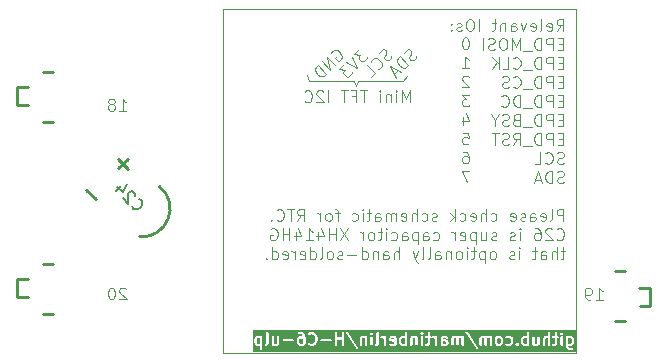
<source format=gbr>
%TF.GenerationSoftware,KiCad,Pcbnew,7.0.11-7.0.11~ubuntu22.04.1*%
%TF.CreationDate,2024-11-26T11:44:11+01:00*%
%TF.ProjectId,H-C6-ulp,482d4336-2d75-46c7-902e-6b696361645f,rev?*%
%TF.SameCoordinates,Original*%
%TF.FileFunction,Legend,Bot*%
%TF.FilePolarity,Positive*%
%FSLAX46Y46*%
G04 Gerber Fmt 4.6, Leading zero omitted, Abs format (unit mm)*
G04 Created by KiCad (PCBNEW 7.0.11-7.0.11~ubuntu22.04.1) date 2024-11-26 11:44:11*
%MOMM*%
%LPD*%
G01*
G04 APERTURE LIST*
%ADD10C,0.100000*%
%ADD11C,0.120000*%
%ADD12C,0.200000*%
%ADD13C,0.150000*%
%ADD14C,0.250000*%
G04 APERTURE END LIST*
D10*
X147600000Y-54370000D02*
X147890000Y-53890000D01*
X143780000Y-54370000D02*
X147600000Y-54370000D01*
X139420000Y-53840000D02*
X139650000Y-54360000D01*
X143460000Y-54360000D02*
X143630000Y-54780000D01*
X139650000Y-54360000D02*
X143460000Y-54360000D01*
X143630000Y-54780000D02*
X143780000Y-54370000D01*
X146593344Y-52217321D02*
X146526000Y-52352008D01*
X146526000Y-52352008D02*
X146357641Y-52520367D01*
X146357641Y-52520367D02*
X146256626Y-52554039D01*
X146256626Y-52554039D02*
X146189283Y-52554039D01*
X146189283Y-52554039D02*
X146088267Y-52520367D01*
X146088267Y-52520367D02*
X146020924Y-52453024D01*
X146020924Y-52453024D02*
X145987252Y-52352008D01*
X145987252Y-52352008D02*
X145987252Y-52284665D01*
X145987252Y-52284665D02*
X146020924Y-52183649D01*
X146020924Y-52183649D02*
X146121939Y-52015291D01*
X146121939Y-52015291D02*
X146155611Y-51914275D01*
X146155611Y-51914275D02*
X146155611Y-51846932D01*
X146155611Y-51846932D02*
X146121939Y-51745917D01*
X146121939Y-51745917D02*
X146054596Y-51678573D01*
X146054596Y-51678573D02*
X145953580Y-51644901D01*
X145953580Y-51644901D02*
X145886237Y-51644901D01*
X145886237Y-51644901D02*
X145785222Y-51678573D01*
X145785222Y-51678573D02*
X145616863Y-51846932D01*
X145616863Y-51846932D02*
X145549519Y-51981619D01*
X145448504Y-53294817D02*
X145515847Y-53294817D01*
X145515847Y-53294817D02*
X145650534Y-53227474D01*
X145650534Y-53227474D02*
X145717878Y-53160130D01*
X145717878Y-53160130D02*
X145785221Y-53025443D01*
X145785221Y-53025443D02*
X145785221Y-52890756D01*
X145785221Y-52890756D02*
X145751550Y-52789741D01*
X145751550Y-52789741D02*
X145650534Y-52621382D01*
X145650534Y-52621382D02*
X145549519Y-52520367D01*
X145549519Y-52520367D02*
X145381160Y-52419352D01*
X145381160Y-52419352D02*
X145280145Y-52385680D01*
X145280145Y-52385680D02*
X145145458Y-52385680D01*
X145145458Y-52385680D02*
X145010771Y-52453024D01*
X145010771Y-52453024D02*
X144943428Y-52520367D01*
X144943428Y-52520367D02*
X144876084Y-52655054D01*
X144876084Y-52655054D02*
X144876084Y-52722398D01*
X144876084Y-54001924D02*
X145212802Y-53665207D01*
X145212802Y-53665207D02*
X144505695Y-52958100D01*
X148136115Y-56132419D02*
X148136115Y-55132419D01*
X148136115Y-55132419D02*
X147802782Y-55846704D01*
X147802782Y-55846704D02*
X147469449Y-55132419D01*
X147469449Y-55132419D02*
X147469449Y-56132419D01*
X146993258Y-56132419D02*
X146993258Y-55465752D01*
X146993258Y-55132419D02*
X147040877Y-55180038D01*
X147040877Y-55180038D02*
X146993258Y-55227657D01*
X146993258Y-55227657D02*
X146945639Y-55180038D01*
X146945639Y-55180038D02*
X146993258Y-55132419D01*
X146993258Y-55132419D02*
X146993258Y-55227657D01*
X146517068Y-55465752D02*
X146517068Y-56132419D01*
X146517068Y-55560990D02*
X146469449Y-55513371D01*
X146469449Y-55513371D02*
X146374211Y-55465752D01*
X146374211Y-55465752D02*
X146231354Y-55465752D01*
X146231354Y-55465752D02*
X146136116Y-55513371D01*
X146136116Y-55513371D02*
X146088497Y-55608609D01*
X146088497Y-55608609D02*
X146088497Y-56132419D01*
X145612306Y-56132419D02*
X145612306Y-55465752D01*
X145612306Y-55132419D02*
X145659925Y-55180038D01*
X145659925Y-55180038D02*
X145612306Y-55227657D01*
X145612306Y-55227657D02*
X145564687Y-55180038D01*
X145564687Y-55180038D02*
X145612306Y-55132419D01*
X145612306Y-55132419D02*
X145612306Y-55227657D01*
X144517068Y-55132419D02*
X143945640Y-55132419D01*
X144231354Y-56132419D02*
X144231354Y-55132419D01*
X143278973Y-55608609D02*
X143612306Y-55608609D01*
X143612306Y-56132419D02*
X143612306Y-55132419D01*
X143612306Y-55132419D02*
X143136116Y-55132419D01*
X142898020Y-55132419D02*
X142326592Y-55132419D01*
X142612306Y-56132419D02*
X142612306Y-55132419D01*
X141231353Y-56132419D02*
X141231353Y-55132419D01*
X140802782Y-55227657D02*
X140755163Y-55180038D01*
X140755163Y-55180038D02*
X140659925Y-55132419D01*
X140659925Y-55132419D02*
X140421830Y-55132419D01*
X140421830Y-55132419D02*
X140326592Y-55180038D01*
X140326592Y-55180038D02*
X140278973Y-55227657D01*
X140278973Y-55227657D02*
X140231354Y-55322895D01*
X140231354Y-55322895D02*
X140231354Y-55418133D01*
X140231354Y-55418133D02*
X140278973Y-55560990D01*
X140278973Y-55560990D02*
X140850401Y-56132419D01*
X140850401Y-56132419D02*
X140231354Y-56132419D01*
X139231354Y-56037180D02*
X139278973Y-56084800D01*
X139278973Y-56084800D02*
X139421830Y-56132419D01*
X139421830Y-56132419D02*
X139517068Y-56132419D01*
X139517068Y-56132419D02*
X139659925Y-56084800D01*
X139659925Y-56084800D02*
X139755163Y-55989561D01*
X139755163Y-55989561D02*
X139802782Y-55894323D01*
X139802782Y-55894323D02*
X139850401Y-55703847D01*
X139850401Y-55703847D02*
X139850401Y-55560990D01*
X139850401Y-55560990D02*
X139802782Y-55370514D01*
X139802782Y-55370514D02*
X139755163Y-55275276D01*
X139755163Y-55275276D02*
X139659925Y-55180038D01*
X139659925Y-55180038D02*
X139517068Y-55132419D01*
X139517068Y-55132419D02*
X139421830Y-55132419D01*
X139421830Y-55132419D02*
X139278973Y-55180038D01*
X139278973Y-55180038D02*
X139231354Y-55227657D01*
X152905639Y-50652419D02*
X152810401Y-50652419D01*
X152810401Y-50652419D02*
X152715163Y-50700038D01*
X152715163Y-50700038D02*
X152667544Y-50747657D01*
X152667544Y-50747657D02*
X152619925Y-50842895D01*
X152619925Y-50842895D02*
X152572306Y-51033371D01*
X152572306Y-51033371D02*
X152572306Y-51271466D01*
X152572306Y-51271466D02*
X152619925Y-51461942D01*
X152619925Y-51461942D02*
X152667544Y-51557180D01*
X152667544Y-51557180D02*
X152715163Y-51604800D01*
X152715163Y-51604800D02*
X152810401Y-51652419D01*
X152810401Y-51652419D02*
X152905639Y-51652419D01*
X152905639Y-51652419D02*
X153000877Y-51604800D01*
X153000877Y-51604800D02*
X153048496Y-51557180D01*
X153048496Y-51557180D02*
X153096115Y-51461942D01*
X153096115Y-51461942D02*
X153143734Y-51271466D01*
X153143734Y-51271466D02*
X153143734Y-51033371D01*
X153143734Y-51033371D02*
X153096115Y-50842895D01*
X153096115Y-50842895D02*
X153048496Y-50747657D01*
X153048496Y-50747657D02*
X153000877Y-50700038D01*
X153000877Y-50700038D02*
X152905639Y-50652419D01*
X152572306Y-53262419D02*
X153143734Y-53262419D01*
X152858020Y-53262419D02*
X152858020Y-52262419D01*
X152858020Y-52262419D02*
X152953258Y-52405276D01*
X152953258Y-52405276D02*
X153048496Y-52500514D01*
X153048496Y-52500514D02*
X153143734Y-52548133D01*
X153143734Y-53967657D02*
X153096115Y-53920038D01*
X153096115Y-53920038D02*
X153000877Y-53872419D01*
X153000877Y-53872419D02*
X152762782Y-53872419D01*
X152762782Y-53872419D02*
X152667544Y-53920038D01*
X152667544Y-53920038D02*
X152619925Y-53967657D01*
X152619925Y-53967657D02*
X152572306Y-54062895D01*
X152572306Y-54062895D02*
X152572306Y-54158133D01*
X152572306Y-54158133D02*
X152619925Y-54300990D01*
X152619925Y-54300990D02*
X153191353Y-54872419D01*
X153191353Y-54872419D02*
X152572306Y-54872419D01*
X153191353Y-55482419D02*
X152572306Y-55482419D01*
X152572306Y-55482419D02*
X152905639Y-55863371D01*
X152905639Y-55863371D02*
X152762782Y-55863371D01*
X152762782Y-55863371D02*
X152667544Y-55910990D01*
X152667544Y-55910990D02*
X152619925Y-55958609D01*
X152619925Y-55958609D02*
X152572306Y-56053847D01*
X152572306Y-56053847D02*
X152572306Y-56291942D01*
X152572306Y-56291942D02*
X152619925Y-56387180D01*
X152619925Y-56387180D02*
X152667544Y-56434800D01*
X152667544Y-56434800D02*
X152762782Y-56482419D01*
X152762782Y-56482419D02*
X153048496Y-56482419D01*
X153048496Y-56482419D02*
X153143734Y-56434800D01*
X153143734Y-56434800D02*
X153191353Y-56387180D01*
X152667544Y-57425752D02*
X152667544Y-58092419D01*
X152905639Y-57044800D02*
X153143734Y-57759085D01*
X153143734Y-57759085D02*
X152524687Y-57759085D01*
X152619925Y-58702419D02*
X153096115Y-58702419D01*
X153096115Y-58702419D02*
X153143734Y-59178609D01*
X153143734Y-59178609D02*
X153096115Y-59130990D01*
X153096115Y-59130990D02*
X153000877Y-59083371D01*
X153000877Y-59083371D02*
X152762782Y-59083371D01*
X152762782Y-59083371D02*
X152667544Y-59130990D01*
X152667544Y-59130990D02*
X152619925Y-59178609D01*
X152619925Y-59178609D02*
X152572306Y-59273847D01*
X152572306Y-59273847D02*
X152572306Y-59511942D01*
X152572306Y-59511942D02*
X152619925Y-59607180D01*
X152619925Y-59607180D02*
X152667544Y-59654800D01*
X152667544Y-59654800D02*
X152762782Y-59702419D01*
X152762782Y-59702419D02*
X153000877Y-59702419D01*
X153000877Y-59702419D02*
X153096115Y-59654800D01*
X153096115Y-59654800D02*
X153143734Y-59607180D01*
X152667544Y-60312419D02*
X152858020Y-60312419D01*
X152858020Y-60312419D02*
X152953258Y-60360038D01*
X152953258Y-60360038D02*
X153000877Y-60407657D01*
X153000877Y-60407657D02*
X153096115Y-60550514D01*
X153096115Y-60550514D02*
X153143734Y-60740990D01*
X153143734Y-60740990D02*
X153143734Y-61121942D01*
X153143734Y-61121942D02*
X153096115Y-61217180D01*
X153096115Y-61217180D02*
X153048496Y-61264800D01*
X153048496Y-61264800D02*
X152953258Y-61312419D01*
X152953258Y-61312419D02*
X152762782Y-61312419D01*
X152762782Y-61312419D02*
X152667544Y-61264800D01*
X152667544Y-61264800D02*
X152619925Y-61217180D01*
X152619925Y-61217180D02*
X152572306Y-61121942D01*
X152572306Y-61121942D02*
X152572306Y-60883847D01*
X152572306Y-60883847D02*
X152619925Y-60788609D01*
X152619925Y-60788609D02*
X152667544Y-60740990D01*
X152667544Y-60740990D02*
X152762782Y-60693371D01*
X152762782Y-60693371D02*
X152953258Y-60693371D01*
X152953258Y-60693371D02*
X153048496Y-60740990D01*
X153048496Y-60740990D02*
X153096115Y-60788609D01*
X153096115Y-60788609D02*
X153143734Y-60883847D01*
X153191353Y-61922419D02*
X152524687Y-61922419D01*
X152524687Y-61922419D02*
X152953258Y-62922419D01*
D11*
X123549148Y-56851379D02*
X124120576Y-56851379D01*
X123834862Y-56851379D02*
X123834862Y-55851379D01*
X123834862Y-55851379D02*
X123930100Y-55994236D01*
X123930100Y-55994236D02*
X124025338Y-56089474D01*
X124025338Y-56089474D02*
X124120576Y-56137093D01*
X122977719Y-56279950D02*
X123072957Y-56232331D01*
X123072957Y-56232331D02*
X123120576Y-56184712D01*
X123120576Y-56184712D02*
X123168195Y-56089474D01*
X123168195Y-56089474D02*
X123168195Y-56041855D01*
X123168195Y-56041855D02*
X123120576Y-55946617D01*
X123120576Y-55946617D02*
X123072957Y-55898998D01*
X123072957Y-55898998D02*
X122977719Y-55851379D01*
X122977719Y-55851379D02*
X122787243Y-55851379D01*
X122787243Y-55851379D02*
X122692005Y-55898998D01*
X122692005Y-55898998D02*
X122644386Y-55946617D01*
X122644386Y-55946617D02*
X122596767Y-56041855D01*
X122596767Y-56041855D02*
X122596767Y-56089474D01*
X122596767Y-56089474D02*
X122644386Y-56184712D01*
X122644386Y-56184712D02*
X122692005Y-56232331D01*
X122692005Y-56232331D02*
X122787243Y-56279950D01*
X122787243Y-56279950D02*
X122977719Y-56279950D01*
X122977719Y-56279950D02*
X123072957Y-56327569D01*
X123072957Y-56327569D02*
X123120576Y-56375188D01*
X123120576Y-56375188D02*
X123168195Y-56470426D01*
X123168195Y-56470426D02*
X123168195Y-56660902D01*
X123168195Y-56660902D02*
X123120576Y-56756140D01*
X123120576Y-56756140D02*
X123072957Y-56803760D01*
X123072957Y-56803760D02*
X122977719Y-56851379D01*
X122977719Y-56851379D02*
X122787243Y-56851379D01*
X122787243Y-56851379D02*
X122692005Y-56803760D01*
X122692005Y-56803760D02*
X122644386Y-56756140D01*
X122644386Y-56756140D02*
X122596767Y-56660902D01*
X122596767Y-56660902D02*
X122596767Y-56470426D01*
X122596767Y-56470426D02*
X122644386Y-56375188D01*
X122644386Y-56375188D02*
X122692005Y-56327569D01*
X122692005Y-56327569D02*
X122787243Y-56279950D01*
D10*
X143868854Y-51640214D02*
X143431121Y-52077947D01*
X143431121Y-52077947D02*
X143936198Y-52111619D01*
X143936198Y-52111619D02*
X143835183Y-52212634D01*
X143835183Y-52212634D02*
X143801511Y-52313649D01*
X143801511Y-52313649D02*
X143801511Y-52380993D01*
X143801511Y-52380993D02*
X143835183Y-52482008D01*
X143835183Y-52482008D02*
X144003541Y-52650367D01*
X144003541Y-52650367D02*
X144104557Y-52684039D01*
X144104557Y-52684039D02*
X144171900Y-52684039D01*
X144171900Y-52684039D02*
X144272915Y-52650367D01*
X144272915Y-52650367D02*
X144474946Y-52448337D01*
X144474946Y-52448337D02*
X144508618Y-52347321D01*
X144508618Y-52347321D02*
X144508618Y-52279978D01*
X143229091Y-52279978D02*
X143700495Y-53222787D01*
X143700495Y-53222787D02*
X142757686Y-52751382D01*
X142589328Y-52919741D02*
X142151595Y-53357474D01*
X142151595Y-53357474D02*
X142656671Y-53391146D01*
X142656671Y-53391146D02*
X142555656Y-53492161D01*
X142555656Y-53492161D02*
X142521984Y-53593176D01*
X142521984Y-53593176D02*
X142521984Y-53660520D01*
X142521984Y-53660520D02*
X142555656Y-53761535D01*
X142555656Y-53761535D02*
X142724015Y-53929894D01*
X142724015Y-53929894D02*
X142825030Y-53963565D01*
X142825030Y-53963565D02*
X142892373Y-53963565D01*
X142892373Y-53963565D02*
X142993389Y-53929894D01*
X142993389Y-53929894D02*
X143195419Y-53727863D01*
X143195419Y-53727863D02*
X143229091Y-53626848D01*
X143229091Y-53626848D02*
X143229091Y-53559504D01*
X148694906Y-52227321D02*
X148627562Y-52362008D01*
X148627562Y-52362008D02*
X148459203Y-52530367D01*
X148459203Y-52530367D02*
X148358188Y-52564039D01*
X148358188Y-52564039D02*
X148290845Y-52564039D01*
X148290845Y-52564039D02*
X148189829Y-52530367D01*
X148189829Y-52530367D02*
X148122486Y-52463024D01*
X148122486Y-52463024D02*
X148088814Y-52362008D01*
X148088814Y-52362008D02*
X148088814Y-52294665D01*
X148088814Y-52294665D02*
X148122486Y-52193649D01*
X148122486Y-52193649D02*
X148223501Y-52025291D01*
X148223501Y-52025291D02*
X148257173Y-51924275D01*
X148257173Y-51924275D02*
X148257173Y-51856932D01*
X148257173Y-51856932D02*
X148223501Y-51755917D01*
X148223501Y-51755917D02*
X148156158Y-51688573D01*
X148156158Y-51688573D02*
X148055142Y-51654901D01*
X148055142Y-51654901D02*
X147987799Y-51654901D01*
X147987799Y-51654901D02*
X147886784Y-51688573D01*
X147886784Y-51688573D02*
X147718425Y-51856932D01*
X147718425Y-51856932D02*
X147651081Y-51991619D01*
X148021470Y-52968100D02*
X147314364Y-52260993D01*
X147314364Y-52260993D02*
X147146005Y-52429352D01*
X147146005Y-52429352D02*
X147078661Y-52564039D01*
X147078661Y-52564039D02*
X147078661Y-52698726D01*
X147078661Y-52698726D02*
X147112333Y-52799741D01*
X147112333Y-52799741D02*
X147213348Y-52968100D01*
X147213348Y-52968100D02*
X147314364Y-53069115D01*
X147314364Y-53069115D02*
X147482722Y-53170130D01*
X147482722Y-53170130D02*
X147583738Y-53203802D01*
X147583738Y-53203802D02*
X147718425Y-53203802D01*
X147718425Y-53203802D02*
X147853112Y-53136459D01*
X147853112Y-53136459D02*
X148021470Y-52968100D01*
X147146005Y-53439504D02*
X146809287Y-53776222D01*
X147415379Y-53574191D02*
X146472570Y-53102787D01*
X146472570Y-53102787D02*
X146943974Y-54045596D01*
D11*
X163919148Y-72851379D02*
X164490576Y-72851379D01*
X164204862Y-72851379D02*
X164204862Y-71851379D01*
X164204862Y-71851379D02*
X164300100Y-71994236D01*
X164300100Y-71994236D02*
X164395338Y-72089474D01*
X164395338Y-72089474D02*
X164490576Y-72137093D01*
X163442957Y-72851379D02*
X163252481Y-72851379D01*
X163252481Y-72851379D02*
X163157243Y-72803760D01*
X163157243Y-72803760D02*
X163109624Y-72756140D01*
X163109624Y-72756140D02*
X163014386Y-72613283D01*
X163014386Y-72613283D02*
X162966767Y-72422807D01*
X162966767Y-72422807D02*
X162966767Y-72041855D01*
X162966767Y-72041855D02*
X163014386Y-71946617D01*
X163014386Y-71946617D02*
X163062005Y-71898998D01*
X163062005Y-71898998D02*
X163157243Y-71851379D01*
X163157243Y-71851379D02*
X163347719Y-71851379D01*
X163347719Y-71851379D02*
X163442957Y-71898998D01*
X163442957Y-71898998D02*
X163490576Y-71946617D01*
X163490576Y-71946617D02*
X163538195Y-72041855D01*
X163538195Y-72041855D02*
X163538195Y-72279950D01*
X163538195Y-72279950D02*
X163490576Y-72375188D01*
X163490576Y-72375188D02*
X163442957Y-72422807D01*
X163442957Y-72422807D02*
X163347719Y-72470426D01*
X163347719Y-72470426D02*
X163157243Y-72470426D01*
X163157243Y-72470426D02*
X163062005Y-72422807D01*
X163062005Y-72422807D02*
X163014386Y-72375188D01*
X163014386Y-72375188D02*
X162966767Y-72279950D01*
D12*
G36*
X161793471Y-76130357D02*
G01*
X161818140Y-76155025D01*
X161847945Y-76214635D01*
X161847945Y-76453135D01*
X161818140Y-76512743D01*
X161793471Y-76537413D01*
X161733862Y-76567219D01*
X161590600Y-76567219D01*
X161571755Y-76557796D01*
X161571755Y-76109974D01*
X161590600Y-76100552D01*
X161733862Y-76100552D01*
X161793471Y-76130357D01*
G37*
G36*
X135466992Y-76109974D02*
G01*
X135466992Y-76557796D01*
X135448147Y-76567219D01*
X135304885Y-76567219D01*
X135245275Y-76537414D01*
X135220608Y-76512746D01*
X135190802Y-76453134D01*
X135190802Y-76214635D01*
X135220607Y-76155025D01*
X135245275Y-76130356D01*
X135304885Y-76100552D01*
X135448147Y-76100552D01*
X135466992Y-76109974D01*
G37*
G36*
X139079185Y-76177976D02*
G01*
X139103854Y-76202644D01*
X139133659Y-76262254D01*
X139133659Y-76453135D01*
X139103854Y-76512743D01*
X139079185Y-76537413D01*
X139019576Y-76567219D01*
X138876314Y-76567219D01*
X138816704Y-76537414D01*
X138792037Y-76512746D01*
X138762231Y-76453134D01*
X138762231Y-76262254D01*
X138792036Y-76202644D01*
X138816704Y-76177975D01*
X138876314Y-76148171D01*
X139019576Y-76148171D01*
X139079185Y-76177976D01*
G37*
G36*
X146825790Y-76122707D02*
G01*
X146847945Y-76167016D01*
X146847945Y-76211904D01*
X146576459Y-76157607D01*
X146593910Y-76122706D01*
X146638219Y-76100552D01*
X146781481Y-76100552D01*
X146825790Y-76122707D01*
G37*
G36*
X147705088Y-76109974D02*
G01*
X147705088Y-76557796D01*
X147686243Y-76567219D01*
X147542981Y-76567219D01*
X147483371Y-76537414D01*
X147458704Y-76512746D01*
X147428898Y-76453134D01*
X147428898Y-76214635D01*
X147458703Y-76155025D01*
X147483371Y-76130356D01*
X147542981Y-76100552D01*
X147686243Y-76100552D01*
X147705088Y-76109974D01*
G37*
G36*
X151206743Y-76408421D02*
G01*
X151228898Y-76452730D01*
X151228898Y-76500754D01*
X151206743Y-76545063D01*
X151162434Y-76567219D01*
X150971553Y-76567219D01*
X150952708Y-76557796D01*
X150952708Y-76386266D01*
X151162434Y-76386266D01*
X151206743Y-76408421D01*
G37*
G36*
X155793471Y-76130357D02*
G01*
X155818140Y-76155025D01*
X155847945Y-76214635D01*
X155847945Y-76453135D01*
X155818140Y-76512743D01*
X155793471Y-76537413D01*
X155733862Y-76567219D01*
X155638219Y-76567219D01*
X155578609Y-76537414D01*
X155553942Y-76512746D01*
X155524136Y-76453134D01*
X155524136Y-76214635D01*
X155553941Y-76155025D01*
X155578609Y-76130356D01*
X155638219Y-76100552D01*
X155733862Y-76100552D01*
X155793471Y-76130357D01*
G37*
G36*
X158038421Y-76109974D02*
G01*
X158038421Y-76557796D01*
X158019576Y-76567219D01*
X157876314Y-76567219D01*
X157816704Y-76537414D01*
X157792037Y-76512746D01*
X157762231Y-76453134D01*
X157762231Y-76214635D01*
X157792036Y-76155025D01*
X157816704Y-76130356D01*
X157876314Y-76100552D01*
X158019576Y-76100552D01*
X158038421Y-76109974D01*
G37*
G36*
X162190802Y-77243409D02*
G01*
X134847945Y-77243409D01*
X134847945Y-76476742D01*
X134990802Y-76476742D01*
X134997925Y-76498665D01*
X135001359Y-76521463D01*
X135048978Y-76616701D01*
X135060351Y-76628248D01*
X135067710Y-76642690D01*
X135115328Y-76690310D01*
X135129771Y-76697669D01*
X135141319Y-76709043D01*
X135236556Y-76756662D01*
X135259354Y-76760095D01*
X135281278Y-76767219D01*
X135466992Y-76767219D01*
X135466992Y-77000552D01*
X135486090Y-77059331D01*
X135536090Y-77095658D01*
X135597894Y-77095658D01*
X135647894Y-77059331D01*
X135666992Y-77000552D01*
X135666992Y-76682112D01*
X135849060Y-76682112D01*
X135876699Y-76737391D01*
X135931552Y-76765867D01*
X135992666Y-76756662D01*
X136087904Y-76709043D01*
X136088470Y-76708484D01*
X136089258Y-76708354D01*
X136110451Y-76686835D01*
X136130368Y-76667219D01*
X136466993Y-76667219D01*
X136486091Y-76725998D01*
X136536091Y-76762325D01*
X136597895Y-76762325D01*
X136629919Y-76739057D01*
X136665128Y-76756662D01*
X136687926Y-76760095D01*
X136709850Y-76767219D01*
X136852707Y-76767219D01*
X136874630Y-76760095D01*
X136897428Y-76756662D01*
X136992666Y-76709043D01*
X136993232Y-76708484D01*
X136994020Y-76708354D01*
X137015213Y-76686835D01*
X137036699Y-76665674D01*
X137036829Y-76664887D01*
X137037388Y-76664321D01*
X137085007Y-76569082D01*
X137088440Y-76546284D01*
X137095564Y-76524361D01*
X137095564Y-76476742D01*
X138562231Y-76476742D01*
X138569354Y-76498665D01*
X138572788Y-76521463D01*
X138620407Y-76616701D01*
X138631780Y-76628248D01*
X138639139Y-76642690D01*
X138686757Y-76690310D01*
X138701200Y-76697669D01*
X138712748Y-76709043D01*
X138807985Y-76756662D01*
X138830783Y-76760095D01*
X138852707Y-76767219D01*
X139043183Y-76767219D01*
X139065106Y-76760095D01*
X139087904Y-76756662D01*
X139183142Y-76709043D01*
X139194690Y-76697668D01*
X139209132Y-76690310D01*
X139256751Y-76642690D01*
X139264108Y-76628249D01*
X139275483Y-76616701D01*
X139290023Y-76587622D01*
X139515842Y-76587622D01*
X139543901Y-76642690D01*
X139591519Y-76690310D01*
X139612061Y-76700776D01*
X139630608Y-76714468D01*
X139773465Y-76762087D01*
X139789672Y-76762210D01*
X139805088Y-76767219D01*
X139900326Y-76767219D01*
X139915741Y-76762210D01*
X139931949Y-76762087D01*
X140074805Y-76714468D01*
X140093352Y-76700776D01*
X140113894Y-76690310D01*
X140136985Y-76667219D01*
X141800326Y-76667219D01*
X141819424Y-76725998D01*
X141869424Y-76762325D01*
X141931228Y-76762325D01*
X141981228Y-76725998D01*
X142000326Y-76667219D01*
X142000326Y-76243409D01*
X142371754Y-76243409D01*
X142371754Y-76667219D01*
X142390852Y-76725998D01*
X142440852Y-76762325D01*
X142502656Y-76762325D01*
X142552656Y-76725998D01*
X142571754Y-76667219D01*
X142571754Y-75667219D01*
X142554972Y-75615569D01*
X142705169Y-75615569D01*
X142721883Y-75675070D01*
X143579025Y-76960784D01*
X143627520Y-76999098D01*
X143689274Y-77001589D01*
X143740698Y-76967306D01*
X143762150Y-76909345D01*
X143745435Y-76849844D01*
X143623685Y-76667219D01*
X143895564Y-76667219D01*
X143914662Y-76725998D01*
X143964662Y-76762325D01*
X144026466Y-76762325D01*
X144076466Y-76725998D01*
X144095564Y-76667219D01*
X144095564Y-76167016D01*
X144117719Y-76122706D01*
X144162028Y-76100552D01*
X144257671Y-76100552D01*
X144317280Y-76130357D01*
X144324135Y-76137211D01*
X144324135Y-76667219D01*
X144343233Y-76725998D01*
X144393233Y-76762325D01*
X144455037Y-76762325D01*
X144505037Y-76725998D01*
X144524135Y-76667219D01*
X144800325Y-76667219D01*
X144819423Y-76725998D01*
X144869423Y-76762325D01*
X144931227Y-76762325D01*
X144981227Y-76725998D01*
X144995486Y-76682112D01*
X145182393Y-76682112D01*
X145210032Y-76737391D01*
X145264885Y-76765867D01*
X145325999Y-76756662D01*
X145421237Y-76709043D01*
X145421803Y-76708484D01*
X145422591Y-76708354D01*
X145443784Y-76686835D01*
X145465270Y-76665674D01*
X145465400Y-76664887D01*
X145465959Y-76664321D01*
X145513578Y-76569082D01*
X145517011Y-76546284D01*
X145524135Y-76524361D01*
X145524135Y-76031454D01*
X145662363Y-76031454D01*
X145698690Y-76081454D01*
X145757469Y-76100552D01*
X145829100Y-76100552D01*
X145888709Y-76130357D01*
X145913378Y-76155025D01*
X145943183Y-76214635D01*
X145943183Y-76667219D01*
X145962281Y-76725998D01*
X146012281Y-76762325D01*
X146074085Y-76762325D01*
X146124085Y-76725998D01*
X146143183Y-76667219D01*
X146143183Y-76238647D01*
X146371755Y-76238647D01*
X146373618Y-76244383D01*
X146372436Y-76250297D01*
X146383021Y-76273322D01*
X146390853Y-76297426D01*
X146395732Y-76300970D01*
X146398251Y-76306450D01*
X146420347Y-76318855D01*
X146440853Y-76333753D01*
X146446885Y-76333753D01*
X146452143Y-76336705D01*
X146847945Y-76415865D01*
X146847945Y-76500754D01*
X146825790Y-76545063D01*
X146781481Y-76567219D01*
X146638219Y-76567219D01*
X146564095Y-76530157D01*
X146502981Y-76520952D01*
X146448128Y-76549428D01*
X146420489Y-76604707D01*
X146430620Y-76665674D01*
X146474653Y-76709043D01*
X146569890Y-76756662D01*
X146592688Y-76760095D01*
X146614612Y-76767219D01*
X146805088Y-76767219D01*
X146827011Y-76760095D01*
X146849809Y-76756662D01*
X146945047Y-76709043D01*
X146945613Y-76708484D01*
X146946401Y-76708354D01*
X146967594Y-76686835D01*
X146989080Y-76665674D01*
X146989210Y-76664887D01*
X146989769Y-76664321D01*
X147037388Y-76569082D01*
X147040821Y-76546284D01*
X147047945Y-76524361D01*
X147047945Y-76476742D01*
X147228898Y-76476742D01*
X147236021Y-76498665D01*
X147239455Y-76521463D01*
X147287074Y-76616701D01*
X147298447Y-76628248D01*
X147305806Y-76642690D01*
X147353424Y-76690310D01*
X147367867Y-76697669D01*
X147379415Y-76709043D01*
X147474652Y-76756662D01*
X147497450Y-76760095D01*
X147519374Y-76767219D01*
X147709850Y-76767219D01*
X147731773Y-76760095D01*
X147754571Y-76756662D01*
X147761572Y-76753161D01*
X147774186Y-76762325D01*
X147835990Y-76762325D01*
X147885990Y-76725998D01*
X147905088Y-76667219D01*
X148181279Y-76667219D01*
X148200377Y-76725998D01*
X148250377Y-76762325D01*
X148312181Y-76762325D01*
X148362181Y-76725998D01*
X148381279Y-76667219D01*
X148381279Y-76167016D01*
X148403434Y-76122706D01*
X148447743Y-76100552D01*
X148543386Y-76100552D01*
X148602995Y-76130357D01*
X148609850Y-76137211D01*
X148609850Y-76667219D01*
X148628948Y-76725998D01*
X148678948Y-76762325D01*
X148740752Y-76762325D01*
X148790752Y-76725998D01*
X148809850Y-76667219D01*
X149086040Y-76667219D01*
X149105138Y-76725998D01*
X149155138Y-76762325D01*
X149216942Y-76762325D01*
X149266942Y-76725998D01*
X149276000Y-76698121D01*
X149424268Y-76698121D01*
X149460595Y-76748121D01*
X149519374Y-76767219D01*
X149614612Y-76767219D01*
X149636535Y-76760095D01*
X149659333Y-76756662D01*
X149754571Y-76709043D01*
X149755137Y-76708484D01*
X149755925Y-76708354D01*
X149777118Y-76686835D01*
X149798604Y-76665674D01*
X149798734Y-76664887D01*
X149799293Y-76664321D01*
X149846912Y-76569082D01*
X149850345Y-76546284D01*
X149857469Y-76524361D01*
X149857469Y-76100552D01*
X149900326Y-76100552D01*
X149959105Y-76081454D01*
X149995432Y-76031454D01*
X149995697Y-76031454D01*
X150032024Y-76081454D01*
X150090803Y-76100552D01*
X150162434Y-76100552D01*
X150222043Y-76130357D01*
X150246712Y-76155025D01*
X150276517Y-76214635D01*
X150276517Y-76667219D01*
X150295615Y-76725998D01*
X150345615Y-76762325D01*
X150407419Y-76762325D01*
X150457419Y-76725998D01*
X150476517Y-76667219D01*
X150752708Y-76667219D01*
X150771806Y-76725998D01*
X150821806Y-76762325D01*
X150883610Y-76762325D01*
X150896222Y-76753161D01*
X150903224Y-76756662D01*
X150926022Y-76760095D01*
X150947946Y-76767219D01*
X151186041Y-76767219D01*
X151207964Y-76760095D01*
X151230762Y-76756662D01*
X151326000Y-76709043D01*
X151326566Y-76708484D01*
X151327354Y-76708354D01*
X151348547Y-76686835D01*
X151368464Y-76667219D01*
X151657469Y-76667219D01*
X151676567Y-76725998D01*
X151726567Y-76762325D01*
X151788371Y-76762325D01*
X151838371Y-76725998D01*
X151857469Y-76667219D01*
X151857469Y-76167016D01*
X151879624Y-76122706D01*
X151923934Y-76100552D01*
X152019577Y-76100552D01*
X152063886Y-76122707D01*
X152086041Y-76167016D01*
X152086041Y-76667219D01*
X152105139Y-76725998D01*
X152155139Y-76762325D01*
X152216943Y-76762325D01*
X152266943Y-76725998D01*
X152286041Y-76667219D01*
X152286041Y-76167016D01*
X152308196Y-76122706D01*
X152352505Y-76100552D01*
X152448148Y-76100552D01*
X152507757Y-76130357D01*
X152514612Y-76137211D01*
X152514612Y-76667219D01*
X152533710Y-76725998D01*
X152583710Y-76762325D01*
X152645514Y-76762325D01*
X152695514Y-76725998D01*
X152714612Y-76667219D01*
X152714612Y-76000552D01*
X152695514Y-75941773D01*
X152645514Y-75905446D01*
X152583710Y-75905446D01*
X152551684Y-75928713D01*
X152516476Y-75911109D01*
X152493678Y-75907675D01*
X152471755Y-75900552D01*
X152328898Y-75900552D01*
X152306974Y-75907675D01*
X152284176Y-75911109D01*
X152188939Y-75958728D01*
X152188372Y-75959286D01*
X152187586Y-75959417D01*
X152186041Y-75960985D01*
X152184496Y-75959417D01*
X152183709Y-75959286D01*
X152183143Y-75958728D01*
X152087905Y-75911109D01*
X152065107Y-75907675D01*
X152043184Y-75900552D01*
X151900327Y-75900552D01*
X151878403Y-75907675D01*
X151855606Y-75911109D01*
X151760367Y-75958728D01*
X151759800Y-75959286D01*
X151759014Y-75959417D01*
X151737852Y-75980902D01*
X151716334Y-76002096D01*
X151716203Y-76002883D01*
X151715645Y-76003450D01*
X151668026Y-76098688D01*
X151664592Y-76121485D01*
X151657469Y-76143409D01*
X151657469Y-76667219D01*
X151368464Y-76667219D01*
X151370033Y-76665674D01*
X151370163Y-76664887D01*
X151370722Y-76664321D01*
X151418341Y-76569082D01*
X151421774Y-76546284D01*
X151428898Y-76524361D01*
X151428898Y-76429123D01*
X151421774Y-76407199D01*
X151418341Y-76384401D01*
X151370722Y-76289164D01*
X151370163Y-76288597D01*
X151370033Y-76287811D01*
X151348530Y-76266633D01*
X151327353Y-76245131D01*
X151326566Y-76245000D01*
X151326000Y-76244442D01*
X151230762Y-76196823D01*
X151207964Y-76193389D01*
X151186041Y-76186266D01*
X150971553Y-76186266D01*
X150952708Y-76176843D01*
X150952708Y-76167016D01*
X150974863Y-76122706D01*
X151019172Y-76100552D01*
X151162434Y-76100552D01*
X151236557Y-76137614D01*
X151297672Y-76146819D01*
X151352524Y-76118343D01*
X151380164Y-76063064D01*
X151370033Y-76002097D01*
X151326000Y-75958728D01*
X151230762Y-75911109D01*
X151207964Y-75907675D01*
X151186041Y-75900552D01*
X150995565Y-75900552D01*
X150973641Y-75907675D01*
X150950843Y-75911109D01*
X150855606Y-75958728D01*
X150855039Y-75959286D01*
X150854253Y-75959417D01*
X150833075Y-75980919D01*
X150811573Y-76002097D01*
X150811442Y-76002883D01*
X150810884Y-76003450D01*
X150763265Y-76098688D01*
X150759831Y-76121485D01*
X150752708Y-76143409D01*
X150752708Y-76667219D01*
X150476517Y-76667219D01*
X150476517Y-76000552D01*
X150457419Y-75941773D01*
X150407419Y-75905446D01*
X150345615Y-75905446D01*
X150295615Y-75941773D01*
X150295122Y-75943289D01*
X150230762Y-75911109D01*
X150207964Y-75907675D01*
X150186041Y-75900552D01*
X150090803Y-75900552D01*
X150032024Y-75919650D01*
X149995697Y-75969650D01*
X149995697Y-76031454D01*
X149995432Y-76031454D01*
X149995432Y-75969650D01*
X149959105Y-75919650D01*
X149900326Y-75900552D01*
X149857469Y-75900552D01*
X149857469Y-75667219D01*
X149840687Y-75615569D01*
X152848027Y-75615569D01*
X152864741Y-75675070D01*
X153721883Y-76960784D01*
X153770378Y-76999098D01*
X153832132Y-77001589D01*
X153883556Y-76967306D01*
X153905008Y-76909345D01*
X153888293Y-76849844D01*
X153861781Y-76810076D01*
X161371755Y-76810076D01*
X161378878Y-76831999D01*
X161382312Y-76854797D01*
X161429931Y-76950035D01*
X161441304Y-76961582D01*
X161448663Y-76976025D01*
X161496282Y-77023643D01*
X161510723Y-77031001D01*
X161522272Y-77042376D01*
X161617509Y-77089995D01*
X161640307Y-77093428D01*
X161662231Y-77100552D01*
X161805088Y-77100552D01*
X161827011Y-77093428D01*
X161849809Y-77089995D01*
X161945047Y-77042376D01*
X161989080Y-76999007D01*
X161999211Y-76938040D01*
X161971571Y-76882761D01*
X161916719Y-76854285D01*
X161855604Y-76863490D01*
X161781481Y-76900552D01*
X161685838Y-76900552D01*
X161626228Y-76870747D01*
X161601560Y-76846078D01*
X161571755Y-76786468D01*
X161571755Y-76767219D01*
X161757469Y-76767219D01*
X161779392Y-76760095D01*
X161802190Y-76756662D01*
X161897428Y-76709043D01*
X161908976Y-76697668D01*
X161923418Y-76690310D01*
X161971037Y-76642690D01*
X161978394Y-76628249D01*
X161989769Y-76616701D01*
X162037388Y-76521464D01*
X162040821Y-76498665D01*
X162047945Y-76476742D01*
X162047945Y-76191028D01*
X162040821Y-76169104D01*
X162037388Y-76146306D01*
X161989769Y-76051069D01*
X161978394Y-76039520D01*
X161971036Y-76025079D01*
X161923418Y-75977460D01*
X161908975Y-75970101D01*
X161897428Y-75958728D01*
X161802190Y-75911109D01*
X161779392Y-75907675D01*
X161757469Y-75900552D01*
X161566993Y-75900552D01*
X161545069Y-75907675D01*
X161522271Y-75911109D01*
X161515269Y-75914609D01*
X161502657Y-75905446D01*
X161440853Y-75905446D01*
X161390853Y-75941773D01*
X161371755Y-76000552D01*
X161371755Y-76810076D01*
X153861781Y-76810076D01*
X153766543Y-76667219D01*
X154038421Y-76667219D01*
X154057519Y-76725998D01*
X154107519Y-76762325D01*
X154169323Y-76762325D01*
X154219323Y-76725998D01*
X154238421Y-76667219D01*
X154238421Y-76167016D01*
X154260576Y-76122706D01*
X154304886Y-76100552D01*
X154400529Y-76100552D01*
X154444838Y-76122707D01*
X154466993Y-76167016D01*
X154466993Y-76667219D01*
X154486091Y-76725998D01*
X154536091Y-76762325D01*
X154597895Y-76762325D01*
X154647895Y-76725998D01*
X154666993Y-76667219D01*
X154666993Y-76167016D01*
X154689148Y-76122706D01*
X154733457Y-76100552D01*
X154829100Y-76100552D01*
X154888709Y-76130357D01*
X154895564Y-76137211D01*
X154895564Y-76667219D01*
X154914662Y-76725998D01*
X154964662Y-76762325D01*
X155026466Y-76762325D01*
X155076466Y-76725998D01*
X155095564Y-76667219D01*
X155095564Y-76476742D01*
X155324136Y-76476742D01*
X155331259Y-76498665D01*
X155334693Y-76521463D01*
X155382312Y-76616701D01*
X155393685Y-76628248D01*
X155401044Y-76642690D01*
X155448662Y-76690310D01*
X155463105Y-76697669D01*
X155474653Y-76709043D01*
X155569890Y-76756662D01*
X155592688Y-76760095D01*
X155614612Y-76767219D01*
X155757469Y-76767219D01*
X155779392Y-76760095D01*
X155802190Y-76756662D01*
X155897428Y-76709043D01*
X155908976Y-76697668D01*
X155923418Y-76690310D01*
X155971037Y-76642690D01*
X155978394Y-76628249D01*
X155989769Y-76616701D01*
X155995766Y-76604707D01*
X156230013Y-76604707D01*
X156240144Y-76665674D01*
X156284177Y-76709043D01*
X156379414Y-76756662D01*
X156402212Y-76760095D01*
X156424136Y-76767219D01*
X156614612Y-76767219D01*
X156636535Y-76760095D01*
X156659333Y-76756662D01*
X156754571Y-76709043D01*
X156766119Y-76697668D01*
X156780561Y-76690310D01*
X156828180Y-76642690D01*
X156835537Y-76628249D01*
X156846912Y-76616701D01*
X156853284Y-76603958D01*
X157087270Y-76603958D01*
X157089748Y-76619602D01*
X157087271Y-76635243D01*
X157094460Y-76649353D01*
X157096939Y-76665000D01*
X157108139Y-76676199D01*
X157115329Y-76690311D01*
X157162948Y-76737929D01*
X157177059Y-76745119D01*
X157188260Y-76756320D01*
X157196229Y-76757582D01*
X157202757Y-76762325D01*
X157210826Y-76762325D01*
X157218015Y-76765988D01*
X157233658Y-76763510D01*
X157249302Y-76765988D01*
X157256491Y-76762325D01*
X157264561Y-76762325D01*
X157271089Y-76757582D01*
X157279058Y-76756320D01*
X157290257Y-76745120D01*
X157304370Y-76737930D01*
X157351988Y-76690311D01*
X157359177Y-76676200D01*
X157370379Y-76665000D01*
X157372856Y-76649354D01*
X157380047Y-76635244D01*
X157377569Y-76619600D01*
X157380047Y-76603958D01*
X157372856Y-76589846D01*
X157370379Y-76574201D01*
X157359178Y-76563000D01*
X157351989Y-76548890D01*
X157304370Y-76501270D01*
X157290257Y-76494079D01*
X157279057Y-76482879D01*
X157271089Y-76481617D01*
X157264561Y-76476874D01*
X157256492Y-76476874D01*
X157256233Y-76476742D01*
X157562231Y-76476742D01*
X157569354Y-76498665D01*
X157572788Y-76521463D01*
X157620407Y-76616701D01*
X157631780Y-76628248D01*
X157639139Y-76642690D01*
X157686757Y-76690310D01*
X157701200Y-76697669D01*
X157712748Y-76709043D01*
X157807985Y-76756662D01*
X157830783Y-76760095D01*
X157852707Y-76767219D01*
X158043183Y-76767219D01*
X158065106Y-76760095D01*
X158087904Y-76756662D01*
X158094905Y-76753161D01*
X158107519Y-76762325D01*
X158169323Y-76762325D01*
X158219323Y-76725998D01*
X158238421Y-76667219D01*
X158514612Y-76667219D01*
X158533710Y-76725998D01*
X158583710Y-76762325D01*
X158645514Y-76762325D01*
X158677538Y-76739057D01*
X158712747Y-76756662D01*
X158735545Y-76760095D01*
X158757469Y-76767219D01*
X158900326Y-76767219D01*
X158922249Y-76760095D01*
X158945047Y-76756662D01*
X159040285Y-76709043D01*
X159040851Y-76708484D01*
X159041639Y-76708354D01*
X159062832Y-76686835D01*
X159082749Y-76667219D01*
X159419374Y-76667219D01*
X159438472Y-76725998D01*
X159488472Y-76762325D01*
X159550276Y-76762325D01*
X159600276Y-76725998D01*
X159619374Y-76667219D01*
X159619374Y-76167016D01*
X159641529Y-76122706D01*
X159685838Y-76100552D01*
X159781481Y-76100552D01*
X159841090Y-76130357D01*
X159847945Y-76137211D01*
X159847945Y-76667219D01*
X159867043Y-76725998D01*
X159917043Y-76762325D01*
X159978847Y-76762325D01*
X160028847Y-76725998D01*
X160037905Y-76698121D01*
X160186173Y-76698121D01*
X160222500Y-76748121D01*
X160281279Y-76767219D01*
X160376517Y-76767219D01*
X160398440Y-76760095D01*
X160421238Y-76756662D01*
X160516476Y-76709043D01*
X160517042Y-76708484D01*
X160517830Y-76708354D01*
X160539023Y-76686835D01*
X160558940Y-76667219D01*
X160895564Y-76667219D01*
X160914662Y-76725998D01*
X160964662Y-76762325D01*
X161026466Y-76762325D01*
X161076466Y-76725998D01*
X161095564Y-76667219D01*
X161095564Y-76000552D01*
X161076466Y-75941773D01*
X161026466Y-75905446D01*
X160964662Y-75905446D01*
X160914662Y-75941773D01*
X160895564Y-76000552D01*
X160895564Y-76667219D01*
X160558940Y-76667219D01*
X160560509Y-76665674D01*
X160560639Y-76664887D01*
X160561198Y-76664321D01*
X160608817Y-76569082D01*
X160612250Y-76546284D01*
X160619374Y-76524361D01*
X160619374Y-76100552D01*
X160662231Y-76100552D01*
X160721010Y-76081454D01*
X160757337Y-76031454D01*
X160757337Y-75969650D01*
X160721010Y-75919650D01*
X160662231Y-75900552D01*
X160619374Y-75900552D01*
X160619374Y-75730481D01*
X160849176Y-75730481D01*
X160856366Y-75744592D01*
X160858844Y-75760237D01*
X160870043Y-75771436D01*
X160877234Y-75785549D01*
X160924853Y-75833167D01*
X160938964Y-75840357D01*
X160950165Y-75851558D01*
X160958134Y-75852820D01*
X160964662Y-75857563D01*
X160972731Y-75857563D01*
X160979920Y-75861226D01*
X160995563Y-75858748D01*
X161011207Y-75861226D01*
X161018396Y-75857563D01*
X161026466Y-75857563D01*
X161032994Y-75852820D01*
X161040963Y-75851558D01*
X161052162Y-75840358D01*
X161066275Y-75833168D01*
X161113893Y-75785549D01*
X161121083Y-75771437D01*
X161132284Y-75760237D01*
X161134761Y-75744593D01*
X161141952Y-75730482D01*
X161139474Y-75714838D01*
X161141952Y-75699194D01*
X161134761Y-75685082D01*
X161132284Y-75669439D01*
X161121083Y-75658238D01*
X161113893Y-75644127D01*
X161066275Y-75596508D01*
X161052162Y-75589317D01*
X161040963Y-75578118D01*
X161032994Y-75576855D01*
X161026466Y-75572113D01*
X161018396Y-75572113D01*
X161011207Y-75568450D01*
X160995563Y-75570927D01*
X160979920Y-75568450D01*
X160972731Y-75572113D01*
X160964662Y-75572113D01*
X160958134Y-75576855D01*
X160950165Y-75578118D01*
X160938964Y-75589318D01*
X160924853Y-75596509D01*
X160877234Y-75644127D01*
X160870043Y-75658239D01*
X160858844Y-75669439D01*
X160856366Y-75685083D01*
X160849176Y-75699195D01*
X160851653Y-75714838D01*
X160849176Y-75730481D01*
X160619374Y-75730481D01*
X160619374Y-75667219D01*
X160600276Y-75608440D01*
X160550276Y-75572113D01*
X160488472Y-75572113D01*
X160438472Y-75608440D01*
X160419374Y-75667219D01*
X160419374Y-75900552D01*
X160281279Y-75900552D01*
X160222500Y-75919650D01*
X160186173Y-75969650D01*
X160186173Y-76031454D01*
X160222500Y-76081454D01*
X160281279Y-76100552D01*
X160419374Y-76100552D01*
X160419374Y-76500754D01*
X160397219Y-76545063D01*
X160352910Y-76567219D01*
X160281279Y-76567219D01*
X160222500Y-76586317D01*
X160186173Y-76636317D01*
X160186173Y-76698121D01*
X160037905Y-76698121D01*
X160047945Y-76667219D01*
X160047945Y-75667219D01*
X160028847Y-75608440D01*
X159978847Y-75572113D01*
X159917043Y-75572113D01*
X159867043Y-75608440D01*
X159847945Y-75667219D01*
X159847945Y-75910828D01*
X159827011Y-75907675D01*
X159805088Y-75900552D01*
X159662231Y-75900552D01*
X159640307Y-75907675D01*
X159617509Y-75911109D01*
X159522272Y-75958728D01*
X159521705Y-75959286D01*
X159520919Y-75959417D01*
X159499741Y-75980919D01*
X159478239Y-76002097D01*
X159478108Y-76002883D01*
X159477550Y-76003450D01*
X159429931Y-76098688D01*
X159426497Y-76121485D01*
X159419374Y-76143409D01*
X159419374Y-76667219D01*
X159082749Y-76667219D01*
X159084318Y-76665674D01*
X159084448Y-76664887D01*
X159085007Y-76664321D01*
X159132626Y-76569082D01*
X159136059Y-76546284D01*
X159143183Y-76524361D01*
X159143183Y-76000552D01*
X159124085Y-75941773D01*
X159074085Y-75905446D01*
X159012281Y-75905446D01*
X158962281Y-75941773D01*
X158943183Y-76000552D01*
X158943183Y-76500754D01*
X158921028Y-76545063D01*
X158876719Y-76567219D01*
X158781076Y-76567219D01*
X158721466Y-76537414D01*
X158714612Y-76530559D01*
X158714612Y-76000552D01*
X158695514Y-75941773D01*
X158645514Y-75905446D01*
X158583710Y-75905446D01*
X158533710Y-75941773D01*
X158514612Y-76000552D01*
X158514612Y-76667219D01*
X158238421Y-76667219D01*
X158238421Y-75667219D01*
X158219323Y-75608440D01*
X158169323Y-75572113D01*
X158107519Y-75572113D01*
X158057519Y-75608440D01*
X158038421Y-75667219D01*
X158038421Y-75900552D01*
X157852707Y-75900552D01*
X157830783Y-75907675D01*
X157807985Y-75911109D01*
X157712748Y-75958728D01*
X157701199Y-75970102D01*
X157686758Y-75977461D01*
X157639139Y-76025079D01*
X157631780Y-76039521D01*
X157620407Y-76051069D01*
X157572788Y-76146307D01*
X157569354Y-76169104D01*
X157562231Y-76191028D01*
X157562231Y-76476742D01*
X157256233Y-76476742D01*
X157249303Y-76473211D01*
X157233658Y-76475688D01*
X157218015Y-76473211D01*
X157210826Y-76476874D01*
X157202757Y-76476874D01*
X157196230Y-76481615D01*
X157188261Y-76482878D01*
X157177059Y-76494079D01*
X157162947Y-76501270D01*
X157115329Y-76548890D01*
X157108138Y-76563001D01*
X157096939Y-76574201D01*
X157094461Y-76589844D01*
X157087270Y-76603958D01*
X156853284Y-76603958D01*
X156894531Y-76521464D01*
X156897964Y-76498665D01*
X156905088Y-76476742D01*
X156905088Y-76191028D01*
X156897964Y-76169104D01*
X156894531Y-76146306D01*
X156846912Y-76051069D01*
X156835537Y-76039520D01*
X156828179Y-76025079D01*
X156780561Y-75977460D01*
X156766118Y-75970101D01*
X156754571Y-75958728D01*
X156659333Y-75911109D01*
X156636535Y-75907675D01*
X156614612Y-75900552D01*
X156424136Y-75900552D01*
X156402212Y-75907675D01*
X156379414Y-75911109D01*
X156284177Y-75958728D01*
X156240144Y-76002097D01*
X156230013Y-76063064D01*
X156257652Y-76118343D01*
X156312505Y-76146819D01*
X156373619Y-76137614D01*
X156447743Y-76100552D01*
X156591005Y-76100552D01*
X156650614Y-76130357D01*
X156675283Y-76155025D01*
X156705088Y-76214635D01*
X156705088Y-76453135D01*
X156675283Y-76512743D01*
X156650614Y-76537413D01*
X156591005Y-76567219D01*
X156447743Y-76567219D01*
X156373619Y-76530157D01*
X156312505Y-76520952D01*
X156257652Y-76549428D01*
X156230013Y-76604707D01*
X155995766Y-76604707D01*
X156037388Y-76521464D01*
X156040821Y-76498665D01*
X156047945Y-76476742D01*
X156047945Y-76191028D01*
X156040821Y-76169104D01*
X156037388Y-76146306D01*
X155989769Y-76051069D01*
X155978394Y-76039520D01*
X155971036Y-76025079D01*
X155923418Y-75977460D01*
X155908975Y-75970101D01*
X155897428Y-75958728D01*
X155802190Y-75911109D01*
X155779392Y-75907675D01*
X155757469Y-75900552D01*
X155614612Y-75900552D01*
X155592688Y-75907675D01*
X155569890Y-75911109D01*
X155474653Y-75958728D01*
X155463104Y-75970102D01*
X155448663Y-75977461D01*
X155401044Y-76025079D01*
X155393685Y-76039521D01*
X155382312Y-76051069D01*
X155334693Y-76146307D01*
X155331259Y-76169104D01*
X155324136Y-76191028D01*
X155324136Y-76476742D01*
X155095564Y-76476742D01*
X155095564Y-76000552D01*
X155076466Y-75941773D01*
X155026466Y-75905446D01*
X154964662Y-75905446D01*
X154932636Y-75928713D01*
X154897428Y-75911109D01*
X154874630Y-75907675D01*
X154852707Y-75900552D01*
X154709850Y-75900552D01*
X154687926Y-75907675D01*
X154665128Y-75911109D01*
X154569891Y-75958728D01*
X154569324Y-75959286D01*
X154568538Y-75959417D01*
X154566993Y-75960985D01*
X154565448Y-75959417D01*
X154564661Y-75959286D01*
X154564095Y-75958728D01*
X154468857Y-75911109D01*
X154446059Y-75907675D01*
X154424136Y-75900552D01*
X154281279Y-75900552D01*
X154259355Y-75907675D01*
X154236558Y-75911109D01*
X154141319Y-75958728D01*
X154140752Y-75959286D01*
X154139966Y-75959417D01*
X154118804Y-75980902D01*
X154097286Y-76002096D01*
X154097155Y-76002883D01*
X154096597Y-76003450D01*
X154048978Y-76098688D01*
X154045544Y-76121485D01*
X154038421Y-76143409D01*
X154038421Y-76667219D01*
X153766543Y-76667219D01*
X153031151Y-75564130D01*
X152982656Y-75525817D01*
X152920903Y-75523326D01*
X152869479Y-75557608D01*
X152848027Y-75615569D01*
X149840687Y-75615569D01*
X149838371Y-75608440D01*
X149788371Y-75572113D01*
X149726567Y-75572113D01*
X149676567Y-75608440D01*
X149657469Y-75667219D01*
X149657469Y-75900552D01*
X149519374Y-75900552D01*
X149460595Y-75919650D01*
X149424268Y-75969650D01*
X149424268Y-76031454D01*
X149460595Y-76081454D01*
X149519374Y-76100552D01*
X149657469Y-76100552D01*
X149657469Y-76500754D01*
X149635314Y-76545063D01*
X149591005Y-76567219D01*
X149519374Y-76567219D01*
X149460595Y-76586317D01*
X149424268Y-76636317D01*
X149424268Y-76698121D01*
X149276000Y-76698121D01*
X149286040Y-76667219D01*
X149286040Y-76000552D01*
X149266942Y-75941773D01*
X149216942Y-75905446D01*
X149155138Y-75905446D01*
X149105138Y-75941773D01*
X149086040Y-76000552D01*
X149086040Y-76667219D01*
X148809850Y-76667219D01*
X148809850Y-76000552D01*
X148790752Y-75941773D01*
X148740752Y-75905446D01*
X148678948Y-75905446D01*
X148646922Y-75928713D01*
X148611714Y-75911109D01*
X148588916Y-75907675D01*
X148566993Y-75900552D01*
X148424136Y-75900552D01*
X148402212Y-75907675D01*
X148379414Y-75911109D01*
X148284177Y-75958728D01*
X148283610Y-75959286D01*
X148282824Y-75959417D01*
X148261646Y-75980919D01*
X148240144Y-76002097D01*
X148240013Y-76002883D01*
X148239455Y-76003450D01*
X148191836Y-76098688D01*
X148188402Y-76121485D01*
X148181279Y-76143409D01*
X148181279Y-76667219D01*
X147905088Y-76667219D01*
X147905088Y-75730481D01*
X149039652Y-75730481D01*
X149046842Y-75744592D01*
X149049320Y-75760237D01*
X149060519Y-75771436D01*
X149067710Y-75785549D01*
X149115329Y-75833167D01*
X149129440Y-75840357D01*
X149140641Y-75851558D01*
X149148610Y-75852820D01*
X149155138Y-75857563D01*
X149163207Y-75857563D01*
X149170396Y-75861226D01*
X149186039Y-75858748D01*
X149201683Y-75861226D01*
X149208872Y-75857563D01*
X149216942Y-75857563D01*
X149223470Y-75852820D01*
X149231439Y-75851558D01*
X149242638Y-75840358D01*
X149256751Y-75833168D01*
X149304369Y-75785549D01*
X149311559Y-75771437D01*
X149322760Y-75760237D01*
X149325237Y-75744593D01*
X149332428Y-75730482D01*
X149329950Y-75714838D01*
X149332428Y-75699194D01*
X149325237Y-75685082D01*
X149322760Y-75669439D01*
X149311559Y-75658238D01*
X149304369Y-75644127D01*
X149256751Y-75596508D01*
X149242638Y-75589317D01*
X149231439Y-75578118D01*
X149223470Y-75576855D01*
X149216942Y-75572113D01*
X149208872Y-75572113D01*
X149201683Y-75568450D01*
X149186039Y-75570927D01*
X149170396Y-75568450D01*
X149163207Y-75572113D01*
X149155138Y-75572113D01*
X149148610Y-75576855D01*
X149140641Y-75578118D01*
X149129440Y-75589318D01*
X149115329Y-75596509D01*
X149067710Y-75644127D01*
X149060519Y-75658239D01*
X149049320Y-75669439D01*
X149046842Y-75685083D01*
X149039652Y-75699195D01*
X149042129Y-75714838D01*
X149039652Y-75730481D01*
X147905088Y-75730481D01*
X147905088Y-75667219D01*
X147885990Y-75608440D01*
X147835990Y-75572113D01*
X147774186Y-75572113D01*
X147724186Y-75608440D01*
X147705088Y-75667219D01*
X147705088Y-75900552D01*
X147519374Y-75900552D01*
X147497450Y-75907675D01*
X147474652Y-75911109D01*
X147379415Y-75958728D01*
X147367866Y-75970102D01*
X147353425Y-75977461D01*
X147305806Y-76025079D01*
X147298447Y-76039521D01*
X147287074Y-76051069D01*
X147239455Y-76146307D01*
X147236021Y-76169104D01*
X147228898Y-76191028D01*
X147228898Y-76476742D01*
X147047945Y-76476742D01*
X147047945Y-76143409D01*
X147040821Y-76121485D01*
X147037388Y-76098687D01*
X146989769Y-76003450D01*
X146989210Y-76002883D01*
X146989080Y-76002097D01*
X146967577Y-75980919D01*
X146946400Y-75959417D01*
X146945613Y-75959286D01*
X146945047Y-75958728D01*
X146849809Y-75911109D01*
X146827011Y-75907675D01*
X146805088Y-75900552D01*
X146614612Y-75900552D01*
X146592688Y-75907675D01*
X146569890Y-75911109D01*
X146474653Y-75958728D01*
X146474086Y-75959286D01*
X146473300Y-75959417D01*
X146452122Y-75980919D01*
X146430620Y-76002097D01*
X146430489Y-76002883D01*
X146429931Y-76003450D01*
X146382312Y-76098688D01*
X146378878Y-76121485D01*
X146371755Y-76143409D01*
X146371755Y-76238647D01*
X146143183Y-76238647D01*
X146143183Y-76000552D01*
X146124085Y-75941773D01*
X146074085Y-75905446D01*
X146012281Y-75905446D01*
X145962281Y-75941773D01*
X145961788Y-75943289D01*
X145897428Y-75911109D01*
X145874630Y-75907675D01*
X145852707Y-75900552D01*
X145757469Y-75900552D01*
X145698690Y-75919650D01*
X145662363Y-75969650D01*
X145662363Y-76031454D01*
X145524135Y-76031454D01*
X145524135Y-75667219D01*
X145505037Y-75608440D01*
X145455037Y-75572113D01*
X145393233Y-75572113D01*
X145343233Y-75608440D01*
X145324135Y-75667219D01*
X145324135Y-76500754D01*
X145301980Y-76545063D01*
X145236557Y-76577776D01*
X145192524Y-76621145D01*
X145182393Y-76682112D01*
X144995486Y-76682112D01*
X145000325Y-76667219D01*
X145000325Y-76000552D01*
X144981227Y-75941773D01*
X144931227Y-75905446D01*
X144869423Y-75905446D01*
X144819423Y-75941773D01*
X144800325Y-76000552D01*
X144800325Y-76667219D01*
X144524135Y-76667219D01*
X144524135Y-76000552D01*
X144505037Y-75941773D01*
X144455037Y-75905446D01*
X144393233Y-75905446D01*
X144361207Y-75928713D01*
X144325999Y-75911109D01*
X144303201Y-75907675D01*
X144281278Y-75900552D01*
X144138421Y-75900552D01*
X144116497Y-75907675D01*
X144093699Y-75911109D01*
X143998462Y-75958728D01*
X143997895Y-75959286D01*
X143997109Y-75959417D01*
X143975931Y-75980919D01*
X143954429Y-76002097D01*
X143954298Y-76002883D01*
X143953740Y-76003450D01*
X143906121Y-76098688D01*
X143902687Y-76121485D01*
X143895564Y-76143409D01*
X143895564Y-76667219D01*
X143623685Y-76667219D01*
X142999194Y-75730481D01*
X144753937Y-75730481D01*
X144761127Y-75744592D01*
X144763605Y-75760237D01*
X144774804Y-75771436D01*
X144781995Y-75785549D01*
X144829614Y-75833167D01*
X144843725Y-75840357D01*
X144854926Y-75851558D01*
X144862895Y-75852820D01*
X144869423Y-75857563D01*
X144877492Y-75857563D01*
X144884681Y-75861226D01*
X144900324Y-75858748D01*
X144915968Y-75861226D01*
X144923157Y-75857563D01*
X144931227Y-75857563D01*
X144937755Y-75852820D01*
X144945724Y-75851558D01*
X144956923Y-75840358D01*
X144971036Y-75833168D01*
X145018654Y-75785549D01*
X145025844Y-75771437D01*
X145037045Y-75760237D01*
X145039522Y-75744593D01*
X145046713Y-75730482D01*
X145044235Y-75714838D01*
X145046713Y-75699194D01*
X145039522Y-75685082D01*
X145037045Y-75669439D01*
X145025844Y-75658238D01*
X145018654Y-75644127D01*
X144971036Y-75596508D01*
X144956923Y-75589317D01*
X144945724Y-75578118D01*
X144937755Y-75576855D01*
X144931227Y-75572113D01*
X144923157Y-75572113D01*
X144915968Y-75568450D01*
X144900324Y-75570927D01*
X144884681Y-75568450D01*
X144877492Y-75572113D01*
X144869423Y-75572113D01*
X144862895Y-75576855D01*
X144854926Y-75578118D01*
X144843725Y-75589318D01*
X144829614Y-75596509D01*
X144781995Y-75644127D01*
X144774804Y-75658239D01*
X144763605Y-75669439D01*
X144761127Y-75685083D01*
X144753937Y-75699195D01*
X144756414Y-75714838D01*
X144753937Y-75730481D01*
X142999194Y-75730481D01*
X142888293Y-75564130D01*
X142839798Y-75525817D01*
X142778045Y-75523326D01*
X142726621Y-75557608D01*
X142705169Y-75615569D01*
X142554972Y-75615569D01*
X142552656Y-75608440D01*
X142502656Y-75572113D01*
X142440852Y-75572113D01*
X142390852Y-75608440D01*
X142371754Y-75667219D01*
X142371754Y-76043409D01*
X142000326Y-76043409D01*
X142000326Y-75667219D01*
X141981228Y-75608440D01*
X141931228Y-75572113D01*
X141869424Y-75572113D01*
X141819424Y-75608440D01*
X141800326Y-75667219D01*
X141800326Y-76667219D01*
X140136985Y-76667219D01*
X140209132Y-76595071D01*
X140216490Y-76580629D01*
X140227864Y-76569082D01*
X140275483Y-76473845D01*
X140277143Y-76462823D01*
X140283054Y-76453377D01*
X140317106Y-76317168D01*
X140567125Y-76317168D01*
X140603452Y-76367168D01*
X140662231Y-76386266D01*
X141424135Y-76386266D01*
X141482914Y-76367168D01*
X141519241Y-76317168D01*
X141519241Y-76255364D01*
X141482914Y-76205364D01*
X141424135Y-76186266D01*
X140662231Y-76186266D01*
X140603452Y-76205364D01*
X140567125Y-76255364D01*
X140567125Y-76317168D01*
X140317106Y-76317168D01*
X140330673Y-76262901D01*
X140329812Y-76250484D01*
X140333659Y-76238647D01*
X140333659Y-76095790D01*
X140329812Y-76083952D01*
X140330673Y-76071536D01*
X140283054Y-75881060D01*
X140277143Y-75871613D01*
X140275483Y-75860592D01*
X140227864Y-75765355D01*
X140216490Y-75753807D01*
X140209132Y-75739365D01*
X140113894Y-75644127D01*
X140093350Y-75633659D01*
X140074805Y-75619970D01*
X139931949Y-75572351D01*
X139915741Y-75572227D01*
X139900326Y-75567219D01*
X139805088Y-75567219D01*
X139789672Y-75572227D01*
X139773465Y-75572351D01*
X139630608Y-75619970D01*
X139612059Y-75633662D01*
X139591520Y-75644128D01*
X139543901Y-75691746D01*
X139515843Y-75746814D01*
X139525511Y-75807856D01*
X139569213Y-75851558D01*
X139630255Y-75861226D01*
X139685323Y-75833168D01*
X139716249Y-75802240D01*
X139821314Y-75767219D01*
X139884099Y-75767219D01*
X139989163Y-75802240D01*
X140056236Y-75869313D01*
X140091688Y-75940218D01*
X140133659Y-76108099D01*
X140133659Y-76226337D01*
X140091688Y-76394218D01*
X140056235Y-76465124D01*
X139989164Y-76532197D01*
X139884099Y-76567219D01*
X139821314Y-76567219D01*
X139716249Y-76532197D01*
X139685323Y-76501270D01*
X139630256Y-76473211D01*
X139569214Y-76482878D01*
X139525511Y-76526580D01*
X139515842Y-76587622D01*
X139290023Y-76587622D01*
X139323102Y-76521464D01*
X139326535Y-76498665D01*
X139333659Y-76476742D01*
X139333659Y-76095790D01*
X139329812Y-76083952D01*
X139330673Y-76071536D01*
X139283054Y-75881060D01*
X139273907Y-75866443D01*
X139269245Y-75849844D01*
X139174007Y-75706987D01*
X139166091Y-75700733D01*
X139161512Y-75691746D01*
X139113894Y-75644127D01*
X139099451Y-75636768D01*
X139087904Y-75625395D01*
X138992666Y-75577776D01*
X138969868Y-75574342D01*
X138947945Y-75567219D01*
X138757469Y-75567219D01*
X138698690Y-75586317D01*
X138662363Y-75636317D01*
X138662363Y-75698121D01*
X138698690Y-75748121D01*
X138757469Y-75767219D01*
X138924338Y-75767219D01*
X138983947Y-75797024D01*
X139013089Y-75826165D01*
X139093227Y-75946372D01*
X139097517Y-75963534D01*
X139087904Y-75958728D01*
X139065106Y-75955294D01*
X139043183Y-75948171D01*
X138852707Y-75948171D01*
X138830783Y-75955294D01*
X138807985Y-75958728D01*
X138712748Y-76006347D01*
X138701199Y-76017721D01*
X138686758Y-76025080D01*
X138639139Y-76072698D01*
X138631780Y-76087140D01*
X138620407Y-76098688D01*
X138572788Y-76193926D01*
X138569354Y-76216723D01*
X138562231Y-76238647D01*
X138562231Y-76476742D01*
X137095564Y-76476742D01*
X137095564Y-76317168D01*
X137376649Y-76317168D01*
X137412976Y-76367168D01*
X137471755Y-76386266D01*
X138233659Y-76386266D01*
X138292438Y-76367168D01*
X138328765Y-76317168D01*
X138328765Y-76255364D01*
X138292438Y-76205364D01*
X138233659Y-76186266D01*
X137471755Y-76186266D01*
X137412976Y-76205364D01*
X137376649Y-76255364D01*
X137376649Y-76317168D01*
X137095564Y-76317168D01*
X137095564Y-76000552D01*
X137076466Y-75941773D01*
X137026466Y-75905446D01*
X136964662Y-75905446D01*
X136914662Y-75941773D01*
X136895564Y-76000552D01*
X136895564Y-76500754D01*
X136873409Y-76545063D01*
X136829100Y-76567219D01*
X136733457Y-76567219D01*
X136673847Y-76537414D01*
X136666993Y-76530559D01*
X136666993Y-76000552D01*
X136647895Y-75941773D01*
X136597895Y-75905446D01*
X136536091Y-75905446D01*
X136486091Y-75941773D01*
X136466993Y-76000552D01*
X136466993Y-76667219D01*
X136130368Y-76667219D01*
X136131937Y-76665674D01*
X136132067Y-76664887D01*
X136132626Y-76664321D01*
X136180245Y-76569082D01*
X136183678Y-76546284D01*
X136190802Y-76524361D01*
X136190802Y-75667219D01*
X136171704Y-75608440D01*
X136121704Y-75572113D01*
X136059900Y-75572113D01*
X136009900Y-75608440D01*
X135990802Y-75667219D01*
X135990802Y-76500754D01*
X135968647Y-76545063D01*
X135903224Y-76577776D01*
X135859191Y-76621145D01*
X135849060Y-76682112D01*
X135666992Y-76682112D01*
X135666992Y-76000552D01*
X135647894Y-75941773D01*
X135597894Y-75905446D01*
X135536090Y-75905446D01*
X135523476Y-75914609D01*
X135516475Y-75911109D01*
X135493677Y-75907675D01*
X135471754Y-75900552D01*
X135281278Y-75900552D01*
X135259354Y-75907675D01*
X135236556Y-75911109D01*
X135141319Y-75958728D01*
X135129770Y-75970102D01*
X135115329Y-75977461D01*
X135067710Y-76025079D01*
X135060351Y-76039521D01*
X135048978Y-76051069D01*
X135001359Y-76146307D01*
X134997925Y-76169104D01*
X134990802Y-76191028D01*
X134990802Y-76476742D01*
X134847945Y-76476742D01*
X134847945Y-75380469D01*
X162190802Y-75380469D01*
X162190802Y-77243409D01*
G37*
D10*
X141481083Y-51961619D02*
X141514755Y-51860604D01*
X141514755Y-51860604D02*
X141615770Y-51759588D01*
X141615770Y-51759588D02*
X141750457Y-51692245D01*
X141750457Y-51692245D02*
X141885144Y-51692245D01*
X141885144Y-51692245D02*
X141986160Y-51725917D01*
X141986160Y-51725917D02*
X142154518Y-51826932D01*
X142154518Y-51826932D02*
X142255534Y-51927947D01*
X142255534Y-51927947D02*
X142356549Y-52096306D01*
X142356549Y-52096306D02*
X142390221Y-52197321D01*
X142390221Y-52197321D02*
X142390221Y-52332008D01*
X142390221Y-52332008D02*
X142322877Y-52466695D01*
X142322877Y-52466695D02*
X142255534Y-52534039D01*
X142255534Y-52534039D02*
X142120847Y-52601382D01*
X142120847Y-52601382D02*
X142053503Y-52601382D01*
X142053503Y-52601382D02*
X141817801Y-52365680D01*
X141817801Y-52365680D02*
X141952488Y-52230993D01*
X141817801Y-52971772D02*
X141110694Y-52264665D01*
X141110694Y-52264665D02*
X141413740Y-53375833D01*
X141413740Y-53375833D02*
X140706633Y-52668726D01*
X141077022Y-53712550D02*
X140369915Y-53005443D01*
X140369915Y-53005443D02*
X140201557Y-53173802D01*
X140201557Y-53173802D02*
X140134213Y-53308489D01*
X140134213Y-53308489D02*
X140134213Y-53443176D01*
X140134213Y-53443176D02*
X140167885Y-53544191D01*
X140167885Y-53544191D02*
X140268900Y-53712550D01*
X140268900Y-53712550D02*
X140369915Y-53813565D01*
X140369915Y-53813565D02*
X140538274Y-53914581D01*
X140538274Y-53914581D02*
X140639289Y-53948252D01*
X140639289Y-53948252D02*
X140773976Y-53948252D01*
X140773976Y-53948252D02*
X140908664Y-53880909D01*
X140908664Y-53880909D02*
X141077022Y-53712550D01*
D11*
X124120576Y-71916617D02*
X124072957Y-71868998D01*
X124072957Y-71868998D02*
X123977719Y-71821379D01*
X123977719Y-71821379D02*
X123739624Y-71821379D01*
X123739624Y-71821379D02*
X123644386Y-71868998D01*
X123644386Y-71868998D02*
X123596767Y-71916617D01*
X123596767Y-71916617D02*
X123549148Y-72011855D01*
X123549148Y-72011855D02*
X123549148Y-72107093D01*
X123549148Y-72107093D02*
X123596767Y-72249950D01*
X123596767Y-72249950D02*
X124168195Y-72821379D01*
X124168195Y-72821379D02*
X123549148Y-72821379D01*
X122930100Y-71821379D02*
X122834862Y-71821379D01*
X122834862Y-71821379D02*
X122739624Y-71868998D01*
X122739624Y-71868998D02*
X122692005Y-71916617D01*
X122692005Y-71916617D02*
X122644386Y-72011855D01*
X122644386Y-72011855D02*
X122596767Y-72202331D01*
X122596767Y-72202331D02*
X122596767Y-72440426D01*
X122596767Y-72440426D02*
X122644386Y-72630902D01*
X122644386Y-72630902D02*
X122692005Y-72726140D01*
X122692005Y-72726140D02*
X122739624Y-72773760D01*
X122739624Y-72773760D02*
X122834862Y-72821379D01*
X122834862Y-72821379D02*
X122930100Y-72821379D01*
X122930100Y-72821379D02*
X123025338Y-72773760D01*
X123025338Y-72773760D02*
X123072957Y-72726140D01*
X123072957Y-72726140D02*
X123120576Y-72630902D01*
X123120576Y-72630902D02*
X123168195Y-72440426D01*
X123168195Y-72440426D02*
X123168195Y-72202331D01*
X123168195Y-72202331D02*
X123120576Y-72011855D01*
X123120576Y-72011855D02*
X123072957Y-71916617D01*
X123072957Y-71916617D02*
X123025338Y-71868998D01*
X123025338Y-71868998D02*
X122930100Y-71821379D01*
D10*
X160574687Y-50094919D02*
X160908020Y-49618728D01*
X161146115Y-50094919D02*
X161146115Y-49094919D01*
X161146115Y-49094919D02*
X160765163Y-49094919D01*
X160765163Y-49094919D02*
X160669925Y-49142538D01*
X160669925Y-49142538D02*
X160622306Y-49190157D01*
X160622306Y-49190157D02*
X160574687Y-49285395D01*
X160574687Y-49285395D02*
X160574687Y-49428252D01*
X160574687Y-49428252D02*
X160622306Y-49523490D01*
X160622306Y-49523490D02*
X160669925Y-49571109D01*
X160669925Y-49571109D02*
X160765163Y-49618728D01*
X160765163Y-49618728D02*
X161146115Y-49618728D01*
X159765163Y-50047300D02*
X159860401Y-50094919D01*
X159860401Y-50094919D02*
X160050877Y-50094919D01*
X160050877Y-50094919D02*
X160146115Y-50047300D01*
X160146115Y-50047300D02*
X160193734Y-49952061D01*
X160193734Y-49952061D02*
X160193734Y-49571109D01*
X160193734Y-49571109D02*
X160146115Y-49475871D01*
X160146115Y-49475871D02*
X160050877Y-49428252D01*
X160050877Y-49428252D02*
X159860401Y-49428252D01*
X159860401Y-49428252D02*
X159765163Y-49475871D01*
X159765163Y-49475871D02*
X159717544Y-49571109D01*
X159717544Y-49571109D02*
X159717544Y-49666347D01*
X159717544Y-49666347D02*
X160193734Y-49761585D01*
X159146115Y-50094919D02*
X159241353Y-50047300D01*
X159241353Y-50047300D02*
X159288972Y-49952061D01*
X159288972Y-49952061D02*
X159288972Y-49094919D01*
X158384210Y-50047300D02*
X158479448Y-50094919D01*
X158479448Y-50094919D02*
X158669924Y-50094919D01*
X158669924Y-50094919D02*
X158765162Y-50047300D01*
X158765162Y-50047300D02*
X158812781Y-49952061D01*
X158812781Y-49952061D02*
X158812781Y-49571109D01*
X158812781Y-49571109D02*
X158765162Y-49475871D01*
X158765162Y-49475871D02*
X158669924Y-49428252D01*
X158669924Y-49428252D02*
X158479448Y-49428252D01*
X158479448Y-49428252D02*
X158384210Y-49475871D01*
X158384210Y-49475871D02*
X158336591Y-49571109D01*
X158336591Y-49571109D02*
X158336591Y-49666347D01*
X158336591Y-49666347D02*
X158812781Y-49761585D01*
X158003257Y-49428252D02*
X157765162Y-50094919D01*
X157765162Y-50094919D02*
X157527067Y-49428252D01*
X156717543Y-50094919D02*
X156717543Y-49571109D01*
X156717543Y-49571109D02*
X156765162Y-49475871D01*
X156765162Y-49475871D02*
X156860400Y-49428252D01*
X156860400Y-49428252D02*
X157050876Y-49428252D01*
X157050876Y-49428252D02*
X157146114Y-49475871D01*
X156717543Y-50047300D02*
X156812781Y-50094919D01*
X156812781Y-50094919D02*
X157050876Y-50094919D01*
X157050876Y-50094919D02*
X157146114Y-50047300D01*
X157146114Y-50047300D02*
X157193733Y-49952061D01*
X157193733Y-49952061D02*
X157193733Y-49856823D01*
X157193733Y-49856823D02*
X157146114Y-49761585D01*
X157146114Y-49761585D02*
X157050876Y-49713966D01*
X157050876Y-49713966D02*
X156812781Y-49713966D01*
X156812781Y-49713966D02*
X156717543Y-49666347D01*
X156241352Y-49428252D02*
X156241352Y-50094919D01*
X156241352Y-49523490D02*
X156193733Y-49475871D01*
X156193733Y-49475871D02*
X156098495Y-49428252D01*
X156098495Y-49428252D02*
X155955638Y-49428252D01*
X155955638Y-49428252D02*
X155860400Y-49475871D01*
X155860400Y-49475871D02*
X155812781Y-49571109D01*
X155812781Y-49571109D02*
X155812781Y-50094919D01*
X155479447Y-49428252D02*
X155098495Y-49428252D01*
X155336590Y-49094919D02*
X155336590Y-49952061D01*
X155336590Y-49952061D02*
X155288971Y-50047300D01*
X155288971Y-50047300D02*
X155193733Y-50094919D01*
X155193733Y-50094919D02*
X155098495Y-50094919D01*
X154003256Y-50094919D02*
X154003256Y-49094919D01*
X153336590Y-49094919D02*
X153146114Y-49094919D01*
X153146114Y-49094919D02*
X153050876Y-49142538D01*
X153050876Y-49142538D02*
X152955638Y-49237776D01*
X152955638Y-49237776D02*
X152908019Y-49428252D01*
X152908019Y-49428252D02*
X152908019Y-49761585D01*
X152908019Y-49761585D02*
X152955638Y-49952061D01*
X152955638Y-49952061D02*
X153050876Y-50047300D01*
X153050876Y-50047300D02*
X153146114Y-50094919D01*
X153146114Y-50094919D02*
X153336590Y-50094919D01*
X153336590Y-50094919D02*
X153431828Y-50047300D01*
X153431828Y-50047300D02*
X153527066Y-49952061D01*
X153527066Y-49952061D02*
X153574685Y-49761585D01*
X153574685Y-49761585D02*
X153574685Y-49428252D01*
X153574685Y-49428252D02*
X153527066Y-49237776D01*
X153527066Y-49237776D02*
X153431828Y-49142538D01*
X153431828Y-49142538D02*
X153336590Y-49094919D01*
X152527066Y-50047300D02*
X152431828Y-50094919D01*
X152431828Y-50094919D02*
X152241352Y-50094919D01*
X152241352Y-50094919D02*
X152146114Y-50047300D01*
X152146114Y-50047300D02*
X152098495Y-49952061D01*
X152098495Y-49952061D02*
X152098495Y-49904442D01*
X152098495Y-49904442D02*
X152146114Y-49809204D01*
X152146114Y-49809204D02*
X152241352Y-49761585D01*
X152241352Y-49761585D02*
X152384209Y-49761585D01*
X152384209Y-49761585D02*
X152479447Y-49713966D01*
X152479447Y-49713966D02*
X152527066Y-49618728D01*
X152527066Y-49618728D02*
X152527066Y-49571109D01*
X152527066Y-49571109D02*
X152479447Y-49475871D01*
X152479447Y-49475871D02*
X152384209Y-49428252D01*
X152384209Y-49428252D02*
X152241352Y-49428252D01*
X152241352Y-49428252D02*
X152146114Y-49475871D01*
X151669923Y-49999680D02*
X151622304Y-50047300D01*
X151622304Y-50047300D02*
X151669923Y-50094919D01*
X151669923Y-50094919D02*
X151717542Y-50047300D01*
X151717542Y-50047300D02*
X151669923Y-49999680D01*
X151669923Y-49999680D02*
X151669923Y-50094919D01*
X151669923Y-49475871D02*
X151622304Y-49523490D01*
X151622304Y-49523490D02*
X151669923Y-49571109D01*
X151669923Y-49571109D02*
X151717542Y-49523490D01*
X151717542Y-49523490D02*
X151669923Y-49475871D01*
X151669923Y-49475871D02*
X151669923Y-49571109D01*
X161146115Y-51181109D02*
X160812782Y-51181109D01*
X160669925Y-51704919D02*
X161146115Y-51704919D01*
X161146115Y-51704919D02*
X161146115Y-50704919D01*
X161146115Y-50704919D02*
X160669925Y-50704919D01*
X160241353Y-51704919D02*
X160241353Y-50704919D01*
X160241353Y-50704919D02*
X159860401Y-50704919D01*
X159860401Y-50704919D02*
X159765163Y-50752538D01*
X159765163Y-50752538D02*
X159717544Y-50800157D01*
X159717544Y-50800157D02*
X159669925Y-50895395D01*
X159669925Y-50895395D02*
X159669925Y-51038252D01*
X159669925Y-51038252D02*
X159717544Y-51133490D01*
X159717544Y-51133490D02*
X159765163Y-51181109D01*
X159765163Y-51181109D02*
X159860401Y-51228728D01*
X159860401Y-51228728D02*
X160241353Y-51228728D01*
X159241353Y-51704919D02*
X159241353Y-50704919D01*
X159241353Y-50704919D02*
X159003258Y-50704919D01*
X159003258Y-50704919D02*
X158860401Y-50752538D01*
X158860401Y-50752538D02*
X158765163Y-50847776D01*
X158765163Y-50847776D02*
X158717544Y-50943014D01*
X158717544Y-50943014D02*
X158669925Y-51133490D01*
X158669925Y-51133490D02*
X158669925Y-51276347D01*
X158669925Y-51276347D02*
X158717544Y-51466823D01*
X158717544Y-51466823D02*
X158765163Y-51562061D01*
X158765163Y-51562061D02*
X158860401Y-51657300D01*
X158860401Y-51657300D02*
X159003258Y-51704919D01*
X159003258Y-51704919D02*
X159241353Y-51704919D01*
X158479449Y-51800157D02*
X157717544Y-51800157D01*
X157479448Y-51704919D02*
X157479448Y-50704919D01*
X157479448Y-50704919D02*
X157146115Y-51419204D01*
X157146115Y-51419204D02*
X156812782Y-50704919D01*
X156812782Y-50704919D02*
X156812782Y-51704919D01*
X156146115Y-50704919D02*
X155955639Y-50704919D01*
X155955639Y-50704919D02*
X155860401Y-50752538D01*
X155860401Y-50752538D02*
X155765163Y-50847776D01*
X155765163Y-50847776D02*
X155717544Y-51038252D01*
X155717544Y-51038252D02*
X155717544Y-51371585D01*
X155717544Y-51371585D02*
X155765163Y-51562061D01*
X155765163Y-51562061D02*
X155860401Y-51657300D01*
X155860401Y-51657300D02*
X155955639Y-51704919D01*
X155955639Y-51704919D02*
X156146115Y-51704919D01*
X156146115Y-51704919D02*
X156241353Y-51657300D01*
X156241353Y-51657300D02*
X156336591Y-51562061D01*
X156336591Y-51562061D02*
X156384210Y-51371585D01*
X156384210Y-51371585D02*
X156384210Y-51038252D01*
X156384210Y-51038252D02*
X156336591Y-50847776D01*
X156336591Y-50847776D02*
X156241353Y-50752538D01*
X156241353Y-50752538D02*
X156146115Y-50704919D01*
X155336591Y-51657300D02*
X155193734Y-51704919D01*
X155193734Y-51704919D02*
X154955639Y-51704919D01*
X154955639Y-51704919D02*
X154860401Y-51657300D01*
X154860401Y-51657300D02*
X154812782Y-51609680D01*
X154812782Y-51609680D02*
X154765163Y-51514442D01*
X154765163Y-51514442D02*
X154765163Y-51419204D01*
X154765163Y-51419204D02*
X154812782Y-51323966D01*
X154812782Y-51323966D02*
X154860401Y-51276347D01*
X154860401Y-51276347D02*
X154955639Y-51228728D01*
X154955639Y-51228728D02*
X155146115Y-51181109D01*
X155146115Y-51181109D02*
X155241353Y-51133490D01*
X155241353Y-51133490D02*
X155288972Y-51085871D01*
X155288972Y-51085871D02*
X155336591Y-50990633D01*
X155336591Y-50990633D02*
X155336591Y-50895395D01*
X155336591Y-50895395D02*
X155288972Y-50800157D01*
X155288972Y-50800157D02*
X155241353Y-50752538D01*
X155241353Y-50752538D02*
X155146115Y-50704919D01*
X155146115Y-50704919D02*
X154908020Y-50704919D01*
X154908020Y-50704919D02*
X154765163Y-50752538D01*
X154336591Y-51704919D02*
X154336591Y-50704919D01*
X161146115Y-52791109D02*
X160812782Y-52791109D01*
X160669925Y-53314919D02*
X161146115Y-53314919D01*
X161146115Y-53314919D02*
X161146115Y-52314919D01*
X161146115Y-52314919D02*
X160669925Y-52314919D01*
X160241353Y-53314919D02*
X160241353Y-52314919D01*
X160241353Y-52314919D02*
X159860401Y-52314919D01*
X159860401Y-52314919D02*
X159765163Y-52362538D01*
X159765163Y-52362538D02*
X159717544Y-52410157D01*
X159717544Y-52410157D02*
X159669925Y-52505395D01*
X159669925Y-52505395D02*
X159669925Y-52648252D01*
X159669925Y-52648252D02*
X159717544Y-52743490D01*
X159717544Y-52743490D02*
X159765163Y-52791109D01*
X159765163Y-52791109D02*
X159860401Y-52838728D01*
X159860401Y-52838728D02*
X160241353Y-52838728D01*
X159241353Y-53314919D02*
X159241353Y-52314919D01*
X159241353Y-52314919D02*
X159003258Y-52314919D01*
X159003258Y-52314919D02*
X158860401Y-52362538D01*
X158860401Y-52362538D02*
X158765163Y-52457776D01*
X158765163Y-52457776D02*
X158717544Y-52553014D01*
X158717544Y-52553014D02*
X158669925Y-52743490D01*
X158669925Y-52743490D02*
X158669925Y-52886347D01*
X158669925Y-52886347D02*
X158717544Y-53076823D01*
X158717544Y-53076823D02*
X158765163Y-53172061D01*
X158765163Y-53172061D02*
X158860401Y-53267300D01*
X158860401Y-53267300D02*
X159003258Y-53314919D01*
X159003258Y-53314919D02*
X159241353Y-53314919D01*
X158479449Y-53410157D02*
X157717544Y-53410157D01*
X156908020Y-53219680D02*
X156955639Y-53267300D01*
X156955639Y-53267300D02*
X157098496Y-53314919D01*
X157098496Y-53314919D02*
X157193734Y-53314919D01*
X157193734Y-53314919D02*
X157336591Y-53267300D01*
X157336591Y-53267300D02*
X157431829Y-53172061D01*
X157431829Y-53172061D02*
X157479448Y-53076823D01*
X157479448Y-53076823D02*
X157527067Y-52886347D01*
X157527067Y-52886347D02*
X157527067Y-52743490D01*
X157527067Y-52743490D02*
X157479448Y-52553014D01*
X157479448Y-52553014D02*
X157431829Y-52457776D01*
X157431829Y-52457776D02*
X157336591Y-52362538D01*
X157336591Y-52362538D02*
X157193734Y-52314919D01*
X157193734Y-52314919D02*
X157098496Y-52314919D01*
X157098496Y-52314919D02*
X156955639Y-52362538D01*
X156955639Y-52362538D02*
X156908020Y-52410157D01*
X156003258Y-53314919D02*
X156479448Y-53314919D01*
X156479448Y-53314919D02*
X156479448Y-52314919D01*
X155669924Y-53314919D02*
X155669924Y-52314919D01*
X155098496Y-53314919D02*
X155527067Y-52743490D01*
X155098496Y-52314919D02*
X155669924Y-52886347D01*
X161146115Y-54401109D02*
X160812782Y-54401109D01*
X160669925Y-54924919D02*
X161146115Y-54924919D01*
X161146115Y-54924919D02*
X161146115Y-53924919D01*
X161146115Y-53924919D02*
X160669925Y-53924919D01*
X160241353Y-54924919D02*
X160241353Y-53924919D01*
X160241353Y-53924919D02*
X159860401Y-53924919D01*
X159860401Y-53924919D02*
X159765163Y-53972538D01*
X159765163Y-53972538D02*
X159717544Y-54020157D01*
X159717544Y-54020157D02*
X159669925Y-54115395D01*
X159669925Y-54115395D02*
X159669925Y-54258252D01*
X159669925Y-54258252D02*
X159717544Y-54353490D01*
X159717544Y-54353490D02*
X159765163Y-54401109D01*
X159765163Y-54401109D02*
X159860401Y-54448728D01*
X159860401Y-54448728D02*
X160241353Y-54448728D01*
X159241353Y-54924919D02*
X159241353Y-53924919D01*
X159241353Y-53924919D02*
X159003258Y-53924919D01*
X159003258Y-53924919D02*
X158860401Y-53972538D01*
X158860401Y-53972538D02*
X158765163Y-54067776D01*
X158765163Y-54067776D02*
X158717544Y-54163014D01*
X158717544Y-54163014D02*
X158669925Y-54353490D01*
X158669925Y-54353490D02*
X158669925Y-54496347D01*
X158669925Y-54496347D02*
X158717544Y-54686823D01*
X158717544Y-54686823D02*
X158765163Y-54782061D01*
X158765163Y-54782061D02*
X158860401Y-54877300D01*
X158860401Y-54877300D02*
X159003258Y-54924919D01*
X159003258Y-54924919D02*
X159241353Y-54924919D01*
X158479449Y-55020157D02*
X157717544Y-55020157D01*
X156908020Y-54829680D02*
X156955639Y-54877300D01*
X156955639Y-54877300D02*
X157098496Y-54924919D01*
X157098496Y-54924919D02*
X157193734Y-54924919D01*
X157193734Y-54924919D02*
X157336591Y-54877300D01*
X157336591Y-54877300D02*
X157431829Y-54782061D01*
X157431829Y-54782061D02*
X157479448Y-54686823D01*
X157479448Y-54686823D02*
X157527067Y-54496347D01*
X157527067Y-54496347D02*
X157527067Y-54353490D01*
X157527067Y-54353490D02*
X157479448Y-54163014D01*
X157479448Y-54163014D02*
X157431829Y-54067776D01*
X157431829Y-54067776D02*
X157336591Y-53972538D01*
X157336591Y-53972538D02*
X157193734Y-53924919D01*
X157193734Y-53924919D02*
X157098496Y-53924919D01*
X157098496Y-53924919D02*
X156955639Y-53972538D01*
X156955639Y-53972538D02*
X156908020Y-54020157D01*
X156527067Y-54877300D02*
X156384210Y-54924919D01*
X156384210Y-54924919D02*
X156146115Y-54924919D01*
X156146115Y-54924919D02*
X156050877Y-54877300D01*
X156050877Y-54877300D02*
X156003258Y-54829680D01*
X156003258Y-54829680D02*
X155955639Y-54734442D01*
X155955639Y-54734442D02*
X155955639Y-54639204D01*
X155955639Y-54639204D02*
X156003258Y-54543966D01*
X156003258Y-54543966D02*
X156050877Y-54496347D01*
X156050877Y-54496347D02*
X156146115Y-54448728D01*
X156146115Y-54448728D02*
X156336591Y-54401109D01*
X156336591Y-54401109D02*
X156431829Y-54353490D01*
X156431829Y-54353490D02*
X156479448Y-54305871D01*
X156479448Y-54305871D02*
X156527067Y-54210633D01*
X156527067Y-54210633D02*
X156527067Y-54115395D01*
X156527067Y-54115395D02*
X156479448Y-54020157D01*
X156479448Y-54020157D02*
X156431829Y-53972538D01*
X156431829Y-53972538D02*
X156336591Y-53924919D01*
X156336591Y-53924919D02*
X156098496Y-53924919D01*
X156098496Y-53924919D02*
X155955639Y-53972538D01*
X161146115Y-56011109D02*
X160812782Y-56011109D01*
X160669925Y-56534919D02*
X161146115Y-56534919D01*
X161146115Y-56534919D02*
X161146115Y-55534919D01*
X161146115Y-55534919D02*
X160669925Y-55534919D01*
X160241353Y-56534919D02*
X160241353Y-55534919D01*
X160241353Y-55534919D02*
X159860401Y-55534919D01*
X159860401Y-55534919D02*
X159765163Y-55582538D01*
X159765163Y-55582538D02*
X159717544Y-55630157D01*
X159717544Y-55630157D02*
X159669925Y-55725395D01*
X159669925Y-55725395D02*
X159669925Y-55868252D01*
X159669925Y-55868252D02*
X159717544Y-55963490D01*
X159717544Y-55963490D02*
X159765163Y-56011109D01*
X159765163Y-56011109D02*
X159860401Y-56058728D01*
X159860401Y-56058728D02*
X160241353Y-56058728D01*
X159241353Y-56534919D02*
X159241353Y-55534919D01*
X159241353Y-55534919D02*
X159003258Y-55534919D01*
X159003258Y-55534919D02*
X158860401Y-55582538D01*
X158860401Y-55582538D02*
X158765163Y-55677776D01*
X158765163Y-55677776D02*
X158717544Y-55773014D01*
X158717544Y-55773014D02*
X158669925Y-55963490D01*
X158669925Y-55963490D02*
X158669925Y-56106347D01*
X158669925Y-56106347D02*
X158717544Y-56296823D01*
X158717544Y-56296823D02*
X158765163Y-56392061D01*
X158765163Y-56392061D02*
X158860401Y-56487300D01*
X158860401Y-56487300D02*
X159003258Y-56534919D01*
X159003258Y-56534919D02*
X159241353Y-56534919D01*
X158479449Y-56630157D02*
X157717544Y-56630157D01*
X157479448Y-56534919D02*
X157479448Y-55534919D01*
X157479448Y-55534919D02*
X157241353Y-55534919D01*
X157241353Y-55534919D02*
X157098496Y-55582538D01*
X157098496Y-55582538D02*
X157003258Y-55677776D01*
X157003258Y-55677776D02*
X156955639Y-55773014D01*
X156955639Y-55773014D02*
X156908020Y-55963490D01*
X156908020Y-55963490D02*
X156908020Y-56106347D01*
X156908020Y-56106347D02*
X156955639Y-56296823D01*
X156955639Y-56296823D02*
X157003258Y-56392061D01*
X157003258Y-56392061D02*
X157098496Y-56487300D01*
X157098496Y-56487300D02*
X157241353Y-56534919D01*
X157241353Y-56534919D02*
X157479448Y-56534919D01*
X155908020Y-56439680D02*
X155955639Y-56487300D01*
X155955639Y-56487300D02*
X156098496Y-56534919D01*
X156098496Y-56534919D02*
X156193734Y-56534919D01*
X156193734Y-56534919D02*
X156336591Y-56487300D01*
X156336591Y-56487300D02*
X156431829Y-56392061D01*
X156431829Y-56392061D02*
X156479448Y-56296823D01*
X156479448Y-56296823D02*
X156527067Y-56106347D01*
X156527067Y-56106347D02*
X156527067Y-55963490D01*
X156527067Y-55963490D02*
X156479448Y-55773014D01*
X156479448Y-55773014D02*
X156431829Y-55677776D01*
X156431829Y-55677776D02*
X156336591Y-55582538D01*
X156336591Y-55582538D02*
X156193734Y-55534919D01*
X156193734Y-55534919D02*
X156098496Y-55534919D01*
X156098496Y-55534919D02*
X155955639Y-55582538D01*
X155955639Y-55582538D02*
X155908020Y-55630157D01*
X161146115Y-57621109D02*
X160812782Y-57621109D01*
X160669925Y-58144919D02*
X161146115Y-58144919D01*
X161146115Y-58144919D02*
X161146115Y-57144919D01*
X161146115Y-57144919D02*
X160669925Y-57144919D01*
X160241353Y-58144919D02*
X160241353Y-57144919D01*
X160241353Y-57144919D02*
X159860401Y-57144919D01*
X159860401Y-57144919D02*
X159765163Y-57192538D01*
X159765163Y-57192538D02*
X159717544Y-57240157D01*
X159717544Y-57240157D02*
X159669925Y-57335395D01*
X159669925Y-57335395D02*
X159669925Y-57478252D01*
X159669925Y-57478252D02*
X159717544Y-57573490D01*
X159717544Y-57573490D02*
X159765163Y-57621109D01*
X159765163Y-57621109D02*
X159860401Y-57668728D01*
X159860401Y-57668728D02*
X160241353Y-57668728D01*
X159241353Y-58144919D02*
X159241353Y-57144919D01*
X159241353Y-57144919D02*
X159003258Y-57144919D01*
X159003258Y-57144919D02*
X158860401Y-57192538D01*
X158860401Y-57192538D02*
X158765163Y-57287776D01*
X158765163Y-57287776D02*
X158717544Y-57383014D01*
X158717544Y-57383014D02*
X158669925Y-57573490D01*
X158669925Y-57573490D02*
X158669925Y-57716347D01*
X158669925Y-57716347D02*
X158717544Y-57906823D01*
X158717544Y-57906823D02*
X158765163Y-58002061D01*
X158765163Y-58002061D02*
X158860401Y-58097300D01*
X158860401Y-58097300D02*
X159003258Y-58144919D01*
X159003258Y-58144919D02*
X159241353Y-58144919D01*
X158479449Y-58240157D02*
X157717544Y-58240157D01*
X157146115Y-57621109D02*
X157003258Y-57668728D01*
X157003258Y-57668728D02*
X156955639Y-57716347D01*
X156955639Y-57716347D02*
X156908020Y-57811585D01*
X156908020Y-57811585D02*
X156908020Y-57954442D01*
X156908020Y-57954442D02*
X156955639Y-58049680D01*
X156955639Y-58049680D02*
X157003258Y-58097300D01*
X157003258Y-58097300D02*
X157098496Y-58144919D01*
X157098496Y-58144919D02*
X157479448Y-58144919D01*
X157479448Y-58144919D02*
X157479448Y-57144919D01*
X157479448Y-57144919D02*
X157146115Y-57144919D01*
X157146115Y-57144919D02*
X157050877Y-57192538D01*
X157050877Y-57192538D02*
X157003258Y-57240157D01*
X157003258Y-57240157D02*
X156955639Y-57335395D01*
X156955639Y-57335395D02*
X156955639Y-57430633D01*
X156955639Y-57430633D02*
X157003258Y-57525871D01*
X157003258Y-57525871D02*
X157050877Y-57573490D01*
X157050877Y-57573490D02*
X157146115Y-57621109D01*
X157146115Y-57621109D02*
X157479448Y-57621109D01*
X156527067Y-58097300D02*
X156384210Y-58144919D01*
X156384210Y-58144919D02*
X156146115Y-58144919D01*
X156146115Y-58144919D02*
X156050877Y-58097300D01*
X156050877Y-58097300D02*
X156003258Y-58049680D01*
X156003258Y-58049680D02*
X155955639Y-57954442D01*
X155955639Y-57954442D02*
X155955639Y-57859204D01*
X155955639Y-57859204D02*
X156003258Y-57763966D01*
X156003258Y-57763966D02*
X156050877Y-57716347D01*
X156050877Y-57716347D02*
X156146115Y-57668728D01*
X156146115Y-57668728D02*
X156336591Y-57621109D01*
X156336591Y-57621109D02*
X156431829Y-57573490D01*
X156431829Y-57573490D02*
X156479448Y-57525871D01*
X156479448Y-57525871D02*
X156527067Y-57430633D01*
X156527067Y-57430633D02*
X156527067Y-57335395D01*
X156527067Y-57335395D02*
X156479448Y-57240157D01*
X156479448Y-57240157D02*
X156431829Y-57192538D01*
X156431829Y-57192538D02*
X156336591Y-57144919D01*
X156336591Y-57144919D02*
X156098496Y-57144919D01*
X156098496Y-57144919D02*
X155955639Y-57192538D01*
X155336591Y-57668728D02*
X155336591Y-58144919D01*
X155669924Y-57144919D02*
X155336591Y-57668728D01*
X155336591Y-57668728D02*
X155003258Y-57144919D01*
X161146115Y-59231109D02*
X160812782Y-59231109D01*
X160669925Y-59754919D02*
X161146115Y-59754919D01*
X161146115Y-59754919D02*
X161146115Y-58754919D01*
X161146115Y-58754919D02*
X160669925Y-58754919D01*
X160241353Y-59754919D02*
X160241353Y-58754919D01*
X160241353Y-58754919D02*
X159860401Y-58754919D01*
X159860401Y-58754919D02*
X159765163Y-58802538D01*
X159765163Y-58802538D02*
X159717544Y-58850157D01*
X159717544Y-58850157D02*
X159669925Y-58945395D01*
X159669925Y-58945395D02*
X159669925Y-59088252D01*
X159669925Y-59088252D02*
X159717544Y-59183490D01*
X159717544Y-59183490D02*
X159765163Y-59231109D01*
X159765163Y-59231109D02*
X159860401Y-59278728D01*
X159860401Y-59278728D02*
X160241353Y-59278728D01*
X159241353Y-59754919D02*
X159241353Y-58754919D01*
X159241353Y-58754919D02*
X159003258Y-58754919D01*
X159003258Y-58754919D02*
X158860401Y-58802538D01*
X158860401Y-58802538D02*
X158765163Y-58897776D01*
X158765163Y-58897776D02*
X158717544Y-58993014D01*
X158717544Y-58993014D02*
X158669925Y-59183490D01*
X158669925Y-59183490D02*
X158669925Y-59326347D01*
X158669925Y-59326347D02*
X158717544Y-59516823D01*
X158717544Y-59516823D02*
X158765163Y-59612061D01*
X158765163Y-59612061D02*
X158860401Y-59707300D01*
X158860401Y-59707300D02*
X159003258Y-59754919D01*
X159003258Y-59754919D02*
X159241353Y-59754919D01*
X158479449Y-59850157D02*
X157717544Y-59850157D01*
X156908020Y-59754919D02*
X157241353Y-59278728D01*
X157479448Y-59754919D02*
X157479448Y-58754919D01*
X157479448Y-58754919D02*
X157098496Y-58754919D01*
X157098496Y-58754919D02*
X157003258Y-58802538D01*
X157003258Y-58802538D02*
X156955639Y-58850157D01*
X156955639Y-58850157D02*
X156908020Y-58945395D01*
X156908020Y-58945395D02*
X156908020Y-59088252D01*
X156908020Y-59088252D02*
X156955639Y-59183490D01*
X156955639Y-59183490D02*
X157003258Y-59231109D01*
X157003258Y-59231109D02*
X157098496Y-59278728D01*
X157098496Y-59278728D02*
X157479448Y-59278728D01*
X156527067Y-59707300D02*
X156384210Y-59754919D01*
X156384210Y-59754919D02*
X156146115Y-59754919D01*
X156146115Y-59754919D02*
X156050877Y-59707300D01*
X156050877Y-59707300D02*
X156003258Y-59659680D01*
X156003258Y-59659680D02*
X155955639Y-59564442D01*
X155955639Y-59564442D02*
X155955639Y-59469204D01*
X155955639Y-59469204D02*
X156003258Y-59373966D01*
X156003258Y-59373966D02*
X156050877Y-59326347D01*
X156050877Y-59326347D02*
X156146115Y-59278728D01*
X156146115Y-59278728D02*
X156336591Y-59231109D01*
X156336591Y-59231109D02*
X156431829Y-59183490D01*
X156431829Y-59183490D02*
X156479448Y-59135871D01*
X156479448Y-59135871D02*
X156527067Y-59040633D01*
X156527067Y-59040633D02*
X156527067Y-58945395D01*
X156527067Y-58945395D02*
X156479448Y-58850157D01*
X156479448Y-58850157D02*
X156431829Y-58802538D01*
X156431829Y-58802538D02*
X156336591Y-58754919D01*
X156336591Y-58754919D02*
X156098496Y-58754919D01*
X156098496Y-58754919D02*
X155955639Y-58802538D01*
X155669924Y-58754919D02*
X155098496Y-58754919D01*
X155384210Y-59754919D02*
X155384210Y-58754919D01*
X161193734Y-61317300D02*
X161050877Y-61364919D01*
X161050877Y-61364919D02*
X160812782Y-61364919D01*
X160812782Y-61364919D02*
X160717544Y-61317300D01*
X160717544Y-61317300D02*
X160669925Y-61269680D01*
X160669925Y-61269680D02*
X160622306Y-61174442D01*
X160622306Y-61174442D02*
X160622306Y-61079204D01*
X160622306Y-61079204D02*
X160669925Y-60983966D01*
X160669925Y-60983966D02*
X160717544Y-60936347D01*
X160717544Y-60936347D02*
X160812782Y-60888728D01*
X160812782Y-60888728D02*
X161003258Y-60841109D01*
X161003258Y-60841109D02*
X161098496Y-60793490D01*
X161098496Y-60793490D02*
X161146115Y-60745871D01*
X161146115Y-60745871D02*
X161193734Y-60650633D01*
X161193734Y-60650633D02*
X161193734Y-60555395D01*
X161193734Y-60555395D02*
X161146115Y-60460157D01*
X161146115Y-60460157D02*
X161098496Y-60412538D01*
X161098496Y-60412538D02*
X161003258Y-60364919D01*
X161003258Y-60364919D02*
X160765163Y-60364919D01*
X160765163Y-60364919D02*
X160622306Y-60412538D01*
X159622306Y-61269680D02*
X159669925Y-61317300D01*
X159669925Y-61317300D02*
X159812782Y-61364919D01*
X159812782Y-61364919D02*
X159908020Y-61364919D01*
X159908020Y-61364919D02*
X160050877Y-61317300D01*
X160050877Y-61317300D02*
X160146115Y-61222061D01*
X160146115Y-61222061D02*
X160193734Y-61126823D01*
X160193734Y-61126823D02*
X160241353Y-60936347D01*
X160241353Y-60936347D02*
X160241353Y-60793490D01*
X160241353Y-60793490D02*
X160193734Y-60603014D01*
X160193734Y-60603014D02*
X160146115Y-60507776D01*
X160146115Y-60507776D02*
X160050877Y-60412538D01*
X160050877Y-60412538D02*
X159908020Y-60364919D01*
X159908020Y-60364919D02*
X159812782Y-60364919D01*
X159812782Y-60364919D02*
X159669925Y-60412538D01*
X159669925Y-60412538D02*
X159622306Y-60460157D01*
X158717544Y-61364919D02*
X159193734Y-61364919D01*
X159193734Y-61364919D02*
X159193734Y-60364919D01*
X161193734Y-62927300D02*
X161050877Y-62974919D01*
X161050877Y-62974919D02*
X160812782Y-62974919D01*
X160812782Y-62974919D02*
X160717544Y-62927300D01*
X160717544Y-62927300D02*
X160669925Y-62879680D01*
X160669925Y-62879680D02*
X160622306Y-62784442D01*
X160622306Y-62784442D02*
X160622306Y-62689204D01*
X160622306Y-62689204D02*
X160669925Y-62593966D01*
X160669925Y-62593966D02*
X160717544Y-62546347D01*
X160717544Y-62546347D02*
X160812782Y-62498728D01*
X160812782Y-62498728D02*
X161003258Y-62451109D01*
X161003258Y-62451109D02*
X161098496Y-62403490D01*
X161098496Y-62403490D02*
X161146115Y-62355871D01*
X161146115Y-62355871D02*
X161193734Y-62260633D01*
X161193734Y-62260633D02*
X161193734Y-62165395D01*
X161193734Y-62165395D02*
X161146115Y-62070157D01*
X161146115Y-62070157D02*
X161098496Y-62022538D01*
X161098496Y-62022538D02*
X161003258Y-61974919D01*
X161003258Y-61974919D02*
X160765163Y-61974919D01*
X160765163Y-61974919D02*
X160622306Y-62022538D01*
X160193734Y-62974919D02*
X160193734Y-61974919D01*
X160193734Y-61974919D02*
X159955639Y-61974919D01*
X159955639Y-61974919D02*
X159812782Y-62022538D01*
X159812782Y-62022538D02*
X159717544Y-62117776D01*
X159717544Y-62117776D02*
X159669925Y-62213014D01*
X159669925Y-62213014D02*
X159622306Y-62403490D01*
X159622306Y-62403490D02*
X159622306Y-62546347D01*
X159622306Y-62546347D02*
X159669925Y-62736823D01*
X159669925Y-62736823D02*
X159717544Y-62832061D01*
X159717544Y-62832061D02*
X159812782Y-62927300D01*
X159812782Y-62927300D02*
X159955639Y-62974919D01*
X159955639Y-62974919D02*
X160193734Y-62974919D01*
X159241353Y-62689204D02*
X158765163Y-62689204D01*
X159336591Y-62974919D02*
X159003258Y-61974919D01*
X159003258Y-61974919D02*
X158669925Y-62974919D01*
X161146115Y-66194919D02*
X161146115Y-65194919D01*
X161146115Y-65194919D02*
X160765163Y-65194919D01*
X160765163Y-65194919D02*
X160669925Y-65242538D01*
X160669925Y-65242538D02*
X160622306Y-65290157D01*
X160622306Y-65290157D02*
X160574687Y-65385395D01*
X160574687Y-65385395D02*
X160574687Y-65528252D01*
X160574687Y-65528252D02*
X160622306Y-65623490D01*
X160622306Y-65623490D02*
X160669925Y-65671109D01*
X160669925Y-65671109D02*
X160765163Y-65718728D01*
X160765163Y-65718728D02*
X161146115Y-65718728D01*
X160003258Y-66194919D02*
X160098496Y-66147300D01*
X160098496Y-66147300D02*
X160146115Y-66052061D01*
X160146115Y-66052061D02*
X160146115Y-65194919D01*
X159241353Y-66147300D02*
X159336591Y-66194919D01*
X159336591Y-66194919D02*
X159527067Y-66194919D01*
X159527067Y-66194919D02*
X159622305Y-66147300D01*
X159622305Y-66147300D02*
X159669924Y-66052061D01*
X159669924Y-66052061D02*
X159669924Y-65671109D01*
X159669924Y-65671109D02*
X159622305Y-65575871D01*
X159622305Y-65575871D02*
X159527067Y-65528252D01*
X159527067Y-65528252D02*
X159336591Y-65528252D01*
X159336591Y-65528252D02*
X159241353Y-65575871D01*
X159241353Y-65575871D02*
X159193734Y-65671109D01*
X159193734Y-65671109D02*
X159193734Y-65766347D01*
X159193734Y-65766347D02*
X159669924Y-65861585D01*
X158336591Y-66194919D02*
X158336591Y-65671109D01*
X158336591Y-65671109D02*
X158384210Y-65575871D01*
X158384210Y-65575871D02*
X158479448Y-65528252D01*
X158479448Y-65528252D02*
X158669924Y-65528252D01*
X158669924Y-65528252D02*
X158765162Y-65575871D01*
X158336591Y-66147300D02*
X158431829Y-66194919D01*
X158431829Y-66194919D02*
X158669924Y-66194919D01*
X158669924Y-66194919D02*
X158765162Y-66147300D01*
X158765162Y-66147300D02*
X158812781Y-66052061D01*
X158812781Y-66052061D02*
X158812781Y-65956823D01*
X158812781Y-65956823D02*
X158765162Y-65861585D01*
X158765162Y-65861585D02*
X158669924Y-65813966D01*
X158669924Y-65813966D02*
X158431829Y-65813966D01*
X158431829Y-65813966D02*
X158336591Y-65766347D01*
X157908019Y-66147300D02*
X157812781Y-66194919D01*
X157812781Y-66194919D02*
X157622305Y-66194919D01*
X157622305Y-66194919D02*
X157527067Y-66147300D01*
X157527067Y-66147300D02*
X157479448Y-66052061D01*
X157479448Y-66052061D02*
X157479448Y-66004442D01*
X157479448Y-66004442D02*
X157527067Y-65909204D01*
X157527067Y-65909204D02*
X157622305Y-65861585D01*
X157622305Y-65861585D02*
X157765162Y-65861585D01*
X157765162Y-65861585D02*
X157860400Y-65813966D01*
X157860400Y-65813966D02*
X157908019Y-65718728D01*
X157908019Y-65718728D02*
X157908019Y-65671109D01*
X157908019Y-65671109D02*
X157860400Y-65575871D01*
X157860400Y-65575871D02*
X157765162Y-65528252D01*
X157765162Y-65528252D02*
X157622305Y-65528252D01*
X157622305Y-65528252D02*
X157527067Y-65575871D01*
X156669924Y-66147300D02*
X156765162Y-66194919D01*
X156765162Y-66194919D02*
X156955638Y-66194919D01*
X156955638Y-66194919D02*
X157050876Y-66147300D01*
X157050876Y-66147300D02*
X157098495Y-66052061D01*
X157098495Y-66052061D02*
X157098495Y-65671109D01*
X157098495Y-65671109D02*
X157050876Y-65575871D01*
X157050876Y-65575871D02*
X156955638Y-65528252D01*
X156955638Y-65528252D02*
X156765162Y-65528252D01*
X156765162Y-65528252D02*
X156669924Y-65575871D01*
X156669924Y-65575871D02*
X156622305Y-65671109D01*
X156622305Y-65671109D02*
X156622305Y-65766347D01*
X156622305Y-65766347D02*
X157098495Y-65861585D01*
X155003257Y-66147300D02*
X155098495Y-66194919D01*
X155098495Y-66194919D02*
X155288971Y-66194919D01*
X155288971Y-66194919D02*
X155384209Y-66147300D01*
X155384209Y-66147300D02*
X155431828Y-66099680D01*
X155431828Y-66099680D02*
X155479447Y-66004442D01*
X155479447Y-66004442D02*
X155479447Y-65718728D01*
X155479447Y-65718728D02*
X155431828Y-65623490D01*
X155431828Y-65623490D02*
X155384209Y-65575871D01*
X155384209Y-65575871D02*
X155288971Y-65528252D01*
X155288971Y-65528252D02*
X155098495Y-65528252D01*
X155098495Y-65528252D02*
X155003257Y-65575871D01*
X154574685Y-66194919D02*
X154574685Y-65194919D01*
X154146114Y-66194919D02*
X154146114Y-65671109D01*
X154146114Y-65671109D02*
X154193733Y-65575871D01*
X154193733Y-65575871D02*
X154288971Y-65528252D01*
X154288971Y-65528252D02*
X154431828Y-65528252D01*
X154431828Y-65528252D02*
X154527066Y-65575871D01*
X154527066Y-65575871D02*
X154574685Y-65623490D01*
X153288971Y-66147300D02*
X153384209Y-66194919D01*
X153384209Y-66194919D02*
X153574685Y-66194919D01*
X153574685Y-66194919D02*
X153669923Y-66147300D01*
X153669923Y-66147300D02*
X153717542Y-66052061D01*
X153717542Y-66052061D02*
X153717542Y-65671109D01*
X153717542Y-65671109D02*
X153669923Y-65575871D01*
X153669923Y-65575871D02*
X153574685Y-65528252D01*
X153574685Y-65528252D02*
X153384209Y-65528252D01*
X153384209Y-65528252D02*
X153288971Y-65575871D01*
X153288971Y-65575871D02*
X153241352Y-65671109D01*
X153241352Y-65671109D02*
X153241352Y-65766347D01*
X153241352Y-65766347D02*
X153717542Y-65861585D01*
X152384209Y-66147300D02*
X152479447Y-66194919D01*
X152479447Y-66194919D02*
X152669923Y-66194919D01*
X152669923Y-66194919D02*
X152765161Y-66147300D01*
X152765161Y-66147300D02*
X152812780Y-66099680D01*
X152812780Y-66099680D02*
X152860399Y-66004442D01*
X152860399Y-66004442D02*
X152860399Y-65718728D01*
X152860399Y-65718728D02*
X152812780Y-65623490D01*
X152812780Y-65623490D02*
X152765161Y-65575871D01*
X152765161Y-65575871D02*
X152669923Y-65528252D01*
X152669923Y-65528252D02*
X152479447Y-65528252D01*
X152479447Y-65528252D02*
X152384209Y-65575871D01*
X151955637Y-66194919D02*
X151955637Y-65194919D01*
X151860399Y-65813966D02*
X151574685Y-66194919D01*
X151574685Y-65528252D02*
X151955637Y-65909204D01*
X150431827Y-66147300D02*
X150336589Y-66194919D01*
X150336589Y-66194919D02*
X150146113Y-66194919D01*
X150146113Y-66194919D02*
X150050875Y-66147300D01*
X150050875Y-66147300D02*
X150003256Y-66052061D01*
X150003256Y-66052061D02*
X150003256Y-66004442D01*
X150003256Y-66004442D02*
X150050875Y-65909204D01*
X150050875Y-65909204D02*
X150146113Y-65861585D01*
X150146113Y-65861585D02*
X150288970Y-65861585D01*
X150288970Y-65861585D02*
X150384208Y-65813966D01*
X150384208Y-65813966D02*
X150431827Y-65718728D01*
X150431827Y-65718728D02*
X150431827Y-65671109D01*
X150431827Y-65671109D02*
X150384208Y-65575871D01*
X150384208Y-65575871D02*
X150288970Y-65528252D01*
X150288970Y-65528252D02*
X150146113Y-65528252D01*
X150146113Y-65528252D02*
X150050875Y-65575871D01*
X149146113Y-66147300D02*
X149241351Y-66194919D01*
X149241351Y-66194919D02*
X149431827Y-66194919D01*
X149431827Y-66194919D02*
X149527065Y-66147300D01*
X149527065Y-66147300D02*
X149574684Y-66099680D01*
X149574684Y-66099680D02*
X149622303Y-66004442D01*
X149622303Y-66004442D02*
X149622303Y-65718728D01*
X149622303Y-65718728D02*
X149574684Y-65623490D01*
X149574684Y-65623490D02*
X149527065Y-65575871D01*
X149527065Y-65575871D02*
X149431827Y-65528252D01*
X149431827Y-65528252D02*
X149241351Y-65528252D01*
X149241351Y-65528252D02*
X149146113Y-65575871D01*
X148717541Y-66194919D02*
X148717541Y-65194919D01*
X148288970Y-66194919D02*
X148288970Y-65671109D01*
X148288970Y-65671109D02*
X148336589Y-65575871D01*
X148336589Y-65575871D02*
X148431827Y-65528252D01*
X148431827Y-65528252D02*
X148574684Y-65528252D01*
X148574684Y-65528252D02*
X148669922Y-65575871D01*
X148669922Y-65575871D02*
X148717541Y-65623490D01*
X147431827Y-66147300D02*
X147527065Y-66194919D01*
X147527065Y-66194919D02*
X147717541Y-66194919D01*
X147717541Y-66194919D02*
X147812779Y-66147300D01*
X147812779Y-66147300D02*
X147860398Y-66052061D01*
X147860398Y-66052061D02*
X147860398Y-65671109D01*
X147860398Y-65671109D02*
X147812779Y-65575871D01*
X147812779Y-65575871D02*
X147717541Y-65528252D01*
X147717541Y-65528252D02*
X147527065Y-65528252D01*
X147527065Y-65528252D02*
X147431827Y-65575871D01*
X147431827Y-65575871D02*
X147384208Y-65671109D01*
X147384208Y-65671109D02*
X147384208Y-65766347D01*
X147384208Y-65766347D02*
X147860398Y-65861585D01*
X146955636Y-66194919D02*
X146955636Y-65528252D01*
X146955636Y-65623490D02*
X146908017Y-65575871D01*
X146908017Y-65575871D02*
X146812779Y-65528252D01*
X146812779Y-65528252D02*
X146669922Y-65528252D01*
X146669922Y-65528252D02*
X146574684Y-65575871D01*
X146574684Y-65575871D02*
X146527065Y-65671109D01*
X146527065Y-65671109D02*
X146527065Y-66194919D01*
X146527065Y-65671109D02*
X146479446Y-65575871D01*
X146479446Y-65575871D02*
X146384208Y-65528252D01*
X146384208Y-65528252D02*
X146241351Y-65528252D01*
X146241351Y-65528252D02*
X146146112Y-65575871D01*
X146146112Y-65575871D02*
X146098493Y-65671109D01*
X146098493Y-65671109D02*
X146098493Y-66194919D01*
X145193732Y-66194919D02*
X145193732Y-65671109D01*
X145193732Y-65671109D02*
X145241351Y-65575871D01*
X145241351Y-65575871D02*
X145336589Y-65528252D01*
X145336589Y-65528252D02*
X145527065Y-65528252D01*
X145527065Y-65528252D02*
X145622303Y-65575871D01*
X145193732Y-66147300D02*
X145288970Y-66194919D01*
X145288970Y-66194919D02*
X145527065Y-66194919D01*
X145527065Y-66194919D02*
X145622303Y-66147300D01*
X145622303Y-66147300D02*
X145669922Y-66052061D01*
X145669922Y-66052061D02*
X145669922Y-65956823D01*
X145669922Y-65956823D02*
X145622303Y-65861585D01*
X145622303Y-65861585D02*
X145527065Y-65813966D01*
X145527065Y-65813966D02*
X145288970Y-65813966D01*
X145288970Y-65813966D02*
X145193732Y-65766347D01*
X144860398Y-65528252D02*
X144479446Y-65528252D01*
X144717541Y-65194919D02*
X144717541Y-66052061D01*
X144717541Y-66052061D02*
X144669922Y-66147300D01*
X144669922Y-66147300D02*
X144574684Y-66194919D01*
X144574684Y-66194919D02*
X144479446Y-66194919D01*
X144146112Y-66194919D02*
X144146112Y-65528252D01*
X144146112Y-65194919D02*
X144193731Y-65242538D01*
X144193731Y-65242538D02*
X144146112Y-65290157D01*
X144146112Y-65290157D02*
X144098493Y-65242538D01*
X144098493Y-65242538D02*
X144146112Y-65194919D01*
X144146112Y-65194919D02*
X144146112Y-65290157D01*
X143241351Y-66147300D02*
X143336589Y-66194919D01*
X143336589Y-66194919D02*
X143527065Y-66194919D01*
X143527065Y-66194919D02*
X143622303Y-66147300D01*
X143622303Y-66147300D02*
X143669922Y-66099680D01*
X143669922Y-66099680D02*
X143717541Y-66004442D01*
X143717541Y-66004442D02*
X143717541Y-65718728D01*
X143717541Y-65718728D02*
X143669922Y-65623490D01*
X143669922Y-65623490D02*
X143622303Y-65575871D01*
X143622303Y-65575871D02*
X143527065Y-65528252D01*
X143527065Y-65528252D02*
X143336589Y-65528252D01*
X143336589Y-65528252D02*
X143241351Y-65575871D01*
X142193731Y-65528252D02*
X141812779Y-65528252D01*
X142050874Y-66194919D02*
X142050874Y-65337776D01*
X142050874Y-65337776D02*
X142003255Y-65242538D01*
X142003255Y-65242538D02*
X141908017Y-65194919D01*
X141908017Y-65194919D02*
X141812779Y-65194919D01*
X141336588Y-66194919D02*
X141431826Y-66147300D01*
X141431826Y-66147300D02*
X141479445Y-66099680D01*
X141479445Y-66099680D02*
X141527064Y-66004442D01*
X141527064Y-66004442D02*
X141527064Y-65718728D01*
X141527064Y-65718728D02*
X141479445Y-65623490D01*
X141479445Y-65623490D02*
X141431826Y-65575871D01*
X141431826Y-65575871D02*
X141336588Y-65528252D01*
X141336588Y-65528252D02*
X141193731Y-65528252D01*
X141193731Y-65528252D02*
X141098493Y-65575871D01*
X141098493Y-65575871D02*
X141050874Y-65623490D01*
X141050874Y-65623490D02*
X141003255Y-65718728D01*
X141003255Y-65718728D02*
X141003255Y-66004442D01*
X141003255Y-66004442D02*
X141050874Y-66099680D01*
X141050874Y-66099680D02*
X141098493Y-66147300D01*
X141098493Y-66147300D02*
X141193731Y-66194919D01*
X141193731Y-66194919D02*
X141336588Y-66194919D01*
X140574683Y-66194919D02*
X140574683Y-65528252D01*
X140574683Y-65718728D02*
X140527064Y-65623490D01*
X140527064Y-65623490D02*
X140479445Y-65575871D01*
X140479445Y-65575871D02*
X140384207Y-65528252D01*
X140384207Y-65528252D02*
X140288969Y-65528252D01*
X138622302Y-66194919D02*
X138955635Y-65718728D01*
X139193730Y-66194919D02*
X139193730Y-65194919D01*
X139193730Y-65194919D02*
X138812778Y-65194919D01*
X138812778Y-65194919D02*
X138717540Y-65242538D01*
X138717540Y-65242538D02*
X138669921Y-65290157D01*
X138669921Y-65290157D02*
X138622302Y-65385395D01*
X138622302Y-65385395D02*
X138622302Y-65528252D01*
X138622302Y-65528252D02*
X138669921Y-65623490D01*
X138669921Y-65623490D02*
X138717540Y-65671109D01*
X138717540Y-65671109D02*
X138812778Y-65718728D01*
X138812778Y-65718728D02*
X139193730Y-65718728D01*
X138336587Y-65194919D02*
X137765159Y-65194919D01*
X138050873Y-66194919D02*
X138050873Y-65194919D01*
X136860397Y-66099680D02*
X136908016Y-66147300D01*
X136908016Y-66147300D02*
X137050873Y-66194919D01*
X137050873Y-66194919D02*
X137146111Y-66194919D01*
X137146111Y-66194919D02*
X137288968Y-66147300D01*
X137288968Y-66147300D02*
X137384206Y-66052061D01*
X137384206Y-66052061D02*
X137431825Y-65956823D01*
X137431825Y-65956823D02*
X137479444Y-65766347D01*
X137479444Y-65766347D02*
X137479444Y-65623490D01*
X137479444Y-65623490D02*
X137431825Y-65433014D01*
X137431825Y-65433014D02*
X137384206Y-65337776D01*
X137384206Y-65337776D02*
X137288968Y-65242538D01*
X137288968Y-65242538D02*
X137146111Y-65194919D01*
X137146111Y-65194919D02*
X137050873Y-65194919D01*
X137050873Y-65194919D02*
X136908016Y-65242538D01*
X136908016Y-65242538D02*
X136860397Y-65290157D01*
X136431825Y-66099680D02*
X136384206Y-66147300D01*
X136384206Y-66147300D02*
X136431825Y-66194919D01*
X136431825Y-66194919D02*
X136479444Y-66147300D01*
X136479444Y-66147300D02*
X136431825Y-66099680D01*
X136431825Y-66099680D02*
X136431825Y-66194919D01*
X160574687Y-67709680D02*
X160622306Y-67757300D01*
X160622306Y-67757300D02*
X160765163Y-67804919D01*
X160765163Y-67804919D02*
X160860401Y-67804919D01*
X160860401Y-67804919D02*
X161003258Y-67757300D01*
X161003258Y-67757300D02*
X161098496Y-67662061D01*
X161098496Y-67662061D02*
X161146115Y-67566823D01*
X161146115Y-67566823D02*
X161193734Y-67376347D01*
X161193734Y-67376347D02*
X161193734Y-67233490D01*
X161193734Y-67233490D02*
X161146115Y-67043014D01*
X161146115Y-67043014D02*
X161098496Y-66947776D01*
X161098496Y-66947776D02*
X161003258Y-66852538D01*
X161003258Y-66852538D02*
X160860401Y-66804919D01*
X160860401Y-66804919D02*
X160765163Y-66804919D01*
X160765163Y-66804919D02*
X160622306Y-66852538D01*
X160622306Y-66852538D02*
X160574687Y-66900157D01*
X160193734Y-66900157D02*
X160146115Y-66852538D01*
X160146115Y-66852538D02*
X160050877Y-66804919D01*
X160050877Y-66804919D02*
X159812782Y-66804919D01*
X159812782Y-66804919D02*
X159717544Y-66852538D01*
X159717544Y-66852538D02*
X159669925Y-66900157D01*
X159669925Y-66900157D02*
X159622306Y-66995395D01*
X159622306Y-66995395D02*
X159622306Y-67090633D01*
X159622306Y-67090633D02*
X159669925Y-67233490D01*
X159669925Y-67233490D02*
X160241353Y-67804919D01*
X160241353Y-67804919D02*
X159622306Y-67804919D01*
X158765163Y-66804919D02*
X158955639Y-66804919D01*
X158955639Y-66804919D02*
X159050877Y-66852538D01*
X159050877Y-66852538D02*
X159098496Y-66900157D01*
X159098496Y-66900157D02*
X159193734Y-67043014D01*
X159193734Y-67043014D02*
X159241353Y-67233490D01*
X159241353Y-67233490D02*
X159241353Y-67614442D01*
X159241353Y-67614442D02*
X159193734Y-67709680D01*
X159193734Y-67709680D02*
X159146115Y-67757300D01*
X159146115Y-67757300D02*
X159050877Y-67804919D01*
X159050877Y-67804919D02*
X158860401Y-67804919D01*
X158860401Y-67804919D02*
X158765163Y-67757300D01*
X158765163Y-67757300D02*
X158717544Y-67709680D01*
X158717544Y-67709680D02*
X158669925Y-67614442D01*
X158669925Y-67614442D02*
X158669925Y-67376347D01*
X158669925Y-67376347D02*
X158717544Y-67281109D01*
X158717544Y-67281109D02*
X158765163Y-67233490D01*
X158765163Y-67233490D02*
X158860401Y-67185871D01*
X158860401Y-67185871D02*
X159050877Y-67185871D01*
X159050877Y-67185871D02*
X159146115Y-67233490D01*
X159146115Y-67233490D02*
X159193734Y-67281109D01*
X159193734Y-67281109D02*
X159241353Y-67376347D01*
X157479448Y-67804919D02*
X157479448Y-67138252D01*
X157479448Y-66804919D02*
X157527067Y-66852538D01*
X157527067Y-66852538D02*
X157479448Y-66900157D01*
X157479448Y-66900157D02*
X157431829Y-66852538D01*
X157431829Y-66852538D02*
X157479448Y-66804919D01*
X157479448Y-66804919D02*
X157479448Y-66900157D01*
X157050877Y-67757300D02*
X156955639Y-67804919D01*
X156955639Y-67804919D02*
X156765163Y-67804919D01*
X156765163Y-67804919D02*
X156669925Y-67757300D01*
X156669925Y-67757300D02*
X156622306Y-67662061D01*
X156622306Y-67662061D02*
X156622306Y-67614442D01*
X156622306Y-67614442D02*
X156669925Y-67519204D01*
X156669925Y-67519204D02*
X156765163Y-67471585D01*
X156765163Y-67471585D02*
X156908020Y-67471585D01*
X156908020Y-67471585D02*
X157003258Y-67423966D01*
X157003258Y-67423966D02*
X157050877Y-67328728D01*
X157050877Y-67328728D02*
X157050877Y-67281109D01*
X157050877Y-67281109D02*
X157003258Y-67185871D01*
X157003258Y-67185871D02*
X156908020Y-67138252D01*
X156908020Y-67138252D02*
X156765163Y-67138252D01*
X156765163Y-67138252D02*
X156669925Y-67185871D01*
X155479448Y-67757300D02*
X155384210Y-67804919D01*
X155384210Y-67804919D02*
X155193734Y-67804919D01*
X155193734Y-67804919D02*
X155098496Y-67757300D01*
X155098496Y-67757300D02*
X155050877Y-67662061D01*
X155050877Y-67662061D02*
X155050877Y-67614442D01*
X155050877Y-67614442D02*
X155098496Y-67519204D01*
X155098496Y-67519204D02*
X155193734Y-67471585D01*
X155193734Y-67471585D02*
X155336591Y-67471585D01*
X155336591Y-67471585D02*
X155431829Y-67423966D01*
X155431829Y-67423966D02*
X155479448Y-67328728D01*
X155479448Y-67328728D02*
X155479448Y-67281109D01*
X155479448Y-67281109D02*
X155431829Y-67185871D01*
X155431829Y-67185871D02*
X155336591Y-67138252D01*
X155336591Y-67138252D02*
X155193734Y-67138252D01*
X155193734Y-67138252D02*
X155098496Y-67185871D01*
X154193734Y-67138252D02*
X154193734Y-67804919D01*
X154622305Y-67138252D02*
X154622305Y-67662061D01*
X154622305Y-67662061D02*
X154574686Y-67757300D01*
X154574686Y-67757300D02*
X154479448Y-67804919D01*
X154479448Y-67804919D02*
X154336591Y-67804919D01*
X154336591Y-67804919D02*
X154241353Y-67757300D01*
X154241353Y-67757300D02*
X154193734Y-67709680D01*
X153717543Y-67138252D02*
X153717543Y-68138252D01*
X153717543Y-67185871D02*
X153622305Y-67138252D01*
X153622305Y-67138252D02*
X153431829Y-67138252D01*
X153431829Y-67138252D02*
X153336591Y-67185871D01*
X153336591Y-67185871D02*
X153288972Y-67233490D01*
X153288972Y-67233490D02*
X153241353Y-67328728D01*
X153241353Y-67328728D02*
X153241353Y-67614442D01*
X153241353Y-67614442D02*
X153288972Y-67709680D01*
X153288972Y-67709680D02*
X153336591Y-67757300D01*
X153336591Y-67757300D02*
X153431829Y-67804919D01*
X153431829Y-67804919D02*
X153622305Y-67804919D01*
X153622305Y-67804919D02*
X153717543Y-67757300D01*
X152431829Y-67757300D02*
X152527067Y-67804919D01*
X152527067Y-67804919D02*
X152717543Y-67804919D01*
X152717543Y-67804919D02*
X152812781Y-67757300D01*
X152812781Y-67757300D02*
X152860400Y-67662061D01*
X152860400Y-67662061D02*
X152860400Y-67281109D01*
X152860400Y-67281109D02*
X152812781Y-67185871D01*
X152812781Y-67185871D02*
X152717543Y-67138252D01*
X152717543Y-67138252D02*
X152527067Y-67138252D01*
X152527067Y-67138252D02*
X152431829Y-67185871D01*
X152431829Y-67185871D02*
X152384210Y-67281109D01*
X152384210Y-67281109D02*
X152384210Y-67376347D01*
X152384210Y-67376347D02*
X152860400Y-67471585D01*
X151955638Y-67804919D02*
X151955638Y-67138252D01*
X151955638Y-67328728D02*
X151908019Y-67233490D01*
X151908019Y-67233490D02*
X151860400Y-67185871D01*
X151860400Y-67185871D02*
X151765162Y-67138252D01*
X151765162Y-67138252D02*
X151669924Y-67138252D01*
X150146114Y-67757300D02*
X150241352Y-67804919D01*
X150241352Y-67804919D02*
X150431828Y-67804919D01*
X150431828Y-67804919D02*
X150527066Y-67757300D01*
X150527066Y-67757300D02*
X150574685Y-67709680D01*
X150574685Y-67709680D02*
X150622304Y-67614442D01*
X150622304Y-67614442D02*
X150622304Y-67328728D01*
X150622304Y-67328728D02*
X150574685Y-67233490D01*
X150574685Y-67233490D02*
X150527066Y-67185871D01*
X150527066Y-67185871D02*
X150431828Y-67138252D01*
X150431828Y-67138252D02*
X150241352Y-67138252D01*
X150241352Y-67138252D02*
X150146114Y-67185871D01*
X149288971Y-67804919D02*
X149288971Y-67281109D01*
X149288971Y-67281109D02*
X149336590Y-67185871D01*
X149336590Y-67185871D02*
X149431828Y-67138252D01*
X149431828Y-67138252D02*
X149622304Y-67138252D01*
X149622304Y-67138252D02*
X149717542Y-67185871D01*
X149288971Y-67757300D02*
X149384209Y-67804919D01*
X149384209Y-67804919D02*
X149622304Y-67804919D01*
X149622304Y-67804919D02*
X149717542Y-67757300D01*
X149717542Y-67757300D02*
X149765161Y-67662061D01*
X149765161Y-67662061D02*
X149765161Y-67566823D01*
X149765161Y-67566823D02*
X149717542Y-67471585D01*
X149717542Y-67471585D02*
X149622304Y-67423966D01*
X149622304Y-67423966D02*
X149384209Y-67423966D01*
X149384209Y-67423966D02*
X149288971Y-67376347D01*
X148812780Y-67138252D02*
X148812780Y-68138252D01*
X148812780Y-67185871D02*
X148717542Y-67138252D01*
X148717542Y-67138252D02*
X148527066Y-67138252D01*
X148527066Y-67138252D02*
X148431828Y-67185871D01*
X148431828Y-67185871D02*
X148384209Y-67233490D01*
X148384209Y-67233490D02*
X148336590Y-67328728D01*
X148336590Y-67328728D02*
X148336590Y-67614442D01*
X148336590Y-67614442D02*
X148384209Y-67709680D01*
X148384209Y-67709680D02*
X148431828Y-67757300D01*
X148431828Y-67757300D02*
X148527066Y-67804919D01*
X148527066Y-67804919D02*
X148717542Y-67804919D01*
X148717542Y-67804919D02*
X148812780Y-67757300D01*
X147479447Y-67804919D02*
X147479447Y-67281109D01*
X147479447Y-67281109D02*
X147527066Y-67185871D01*
X147527066Y-67185871D02*
X147622304Y-67138252D01*
X147622304Y-67138252D02*
X147812780Y-67138252D01*
X147812780Y-67138252D02*
X147908018Y-67185871D01*
X147479447Y-67757300D02*
X147574685Y-67804919D01*
X147574685Y-67804919D02*
X147812780Y-67804919D01*
X147812780Y-67804919D02*
X147908018Y-67757300D01*
X147908018Y-67757300D02*
X147955637Y-67662061D01*
X147955637Y-67662061D02*
X147955637Y-67566823D01*
X147955637Y-67566823D02*
X147908018Y-67471585D01*
X147908018Y-67471585D02*
X147812780Y-67423966D01*
X147812780Y-67423966D02*
X147574685Y-67423966D01*
X147574685Y-67423966D02*
X147479447Y-67376347D01*
X146574685Y-67757300D02*
X146669923Y-67804919D01*
X146669923Y-67804919D02*
X146860399Y-67804919D01*
X146860399Y-67804919D02*
X146955637Y-67757300D01*
X146955637Y-67757300D02*
X147003256Y-67709680D01*
X147003256Y-67709680D02*
X147050875Y-67614442D01*
X147050875Y-67614442D02*
X147050875Y-67328728D01*
X147050875Y-67328728D02*
X147003256Y-67233490D01*
X147003256Y-67233490D02*
X146955637Y-67185871D01*
X146955637Y-67185871D02*
X146860399Y-67138252D01*
X146860399Y-67138252D02*
X146669923Y-67138252D01*
X146669923Y-67138252D02*
X146574685Y-67185871D01*
X146146113Y-67804919D02*
X146146113Y-67138252D01*
X146146113Y-66804919D02*
X146193732Y-66852538D01*
X146193732Y-66852538D02*
X146146113Y-66900157D01*
X146146113Y-66900157D02*
X146098494Y-66852538D01*
X146098494Y-66852538D02*
X146146113Y-66804919D01*
X146146113Y-66804919D02*
X146146113Y-66900157D01*
X145812780Y-67138252D02*
X145431828Y-67138252D01*
X145669923Y-66804919D02*
X145669923Y-67662061D01*
X145669923Y-67662061D02*
X145622304Y-67757300D01*
X145622304Y-67757300D02*
X145527066Y-67804919D01*
X145527066Y-67804919D02*
X145431828Y-67804919D01*
X144955637Y-67804919D02*
X145050875Y-67757300D01*
X145050875Y-67757300D02*
X145098494Y-67709680D01*
X145098494Y-67709680D02*
X145146113Y-67614442D01*
X145146113Y-67614442D02*
X145146113Y-67328728D01*
X145146113Y-67328728D02*
X145098494Y-67233490D01*
X145098494Y-67233490D02*
X145050875Y-67185871D01*
X145050875Y-67185871D02*
X144955637Y-67138252D01*
X144955637Y-67138252D02*
X144812780Y-67138252D01*
X144812780Y-67138252D02*
X144717542Y-67185871D01*
X144717542Y-67185871D02*
X144669923Y-67233490D01*
X144669923Y-67233490D02*
X144622304Y-67328728D01*
X144622304Y-67328728D02*
X144622304Y-67614442D01*
X144622304Y-67614442D02*
X144669923Y-67709680D01*
X144669923Y-67709680D02*
X144717542Y-67757300D01*
X144717542Y-67757300D02*
X144812780Y-67804919D01*
X144812780Y-67804919D02*
X144955637Y-67804919D01*
X144193732Y-67804919D02*
X144193732Y-67138252D01*
X144193732Y-67328728D02*
X144146113Y-67233490D01*
X144146113Y-67233490D02*
X144098494Y-67185871D01*
X144098494Y-67185871D02*
X144003256Y-67138252D01*
X144003256Y-67138252D02*
X143908018Y-67138252D01*
X142908017Y-66804919D02*
X142241351Y-67804919D01*
X142241351Y-66804919D02*
X142908017Y-67804919D01*
X141860398Y-67804919D02*
X141860398Y-66804919D01*
X141860398Y-67281109D02*
X141288970Y-67281109D01*
X141288970Y-67804919D02*
X141288970Y-66804919D01*
X140384208Y-67138252D02*
X140384208Y-67804919D01*
X140622303Y-66757300D02*
X140860398Y-67471585D01*
X140860398Y-67471585D02*
X140241351Y-67471585D01*
X139336589Y-67804919D02*
X139908017Y-67804919D01*
X139622303Y-67804919D02*
X139622303Y-66804919D01*
X139622303Y-66804919D02*
X139717541Y-66947776D01*
X139717541Y-66947776D02*
X139812779Y-67043014D01*
X139812779Y-67043014D02*
X139908017Y-67090633D01*
X138479446Y-67138252D02*
X138479446Y-67804919D01*
X138717541Y-66757300D02*
X138955636Y-67471585D01*
X138955636Y-67471585D02*
X138336589Y-67471585D01*
X137955636Y-67804919D02*
X137955636Y-66804919D01*
X137955636Y-67281109D02*
X137384208Y-67281109D01*
X137384208Y-67804919D02*
X137384208Y-66804919D01*
X136384208Y-66852538D02*
X136479446Y-66804919D01*
X136479446Y-66804919D02*
X136622303Y-66804919D01*
X136622303Y-66804919D02*
X136765160Y-66852538D01*
X136765160Y-66852538D02*
X136860398Y-66947776D01*
X136860398Y-66947776D02*
X136908017Y-67043014D01*
X136908017Y-67043014D02*
X136955636Y-67233490D01*
X136955636Y-67233490D02*
X136955636Y-67376347D01*
X136955636Y-67376347D02*
X136908017Y-67566823D01*
X136908017Y-67566823D02*
X136860398Y-67662061D01*
X136860398Y-67662061D02*
X136765160Y-67757300D01*
X136765160Y-67757300D02*
X136622303Y-67804919D01*
X136622303Y-67804919D02*
X136527065Y-67804919D01*
X136527065Y-67804919D02*
X136384208Y-67757300D01*
X136384208Y-67757300D02*
X136336589Y-67709680D01*
X136336589Y-67709680D02*
X136336589Y-67376347D01*
X136336589Y-67376347D02*
X136527065Y-67376347D01*
X161288972Y-68748252D02*
X160908020Y-68748252D01*
X161146115Y-68414919D02*
X161146115Y-69272061D01*
X161146115Y-69272061D02*
X161098496Y-69367300D01*
X161098496Y-69367300D02*
X161003258Y-69414919D01*
X161003258Y-69414919D02*
X160908020Y-69414919D01*
X160574686Y-69414919D02*
X160574686Y-68414919D01*
X160146115Y-69414919D02*
X160146115Y-68891109D01*
X160146115Y-68891109D02*
X160193734Y-68795871D01*
X160193734Y-68795871D02*
X160288972Y-68748252D01*
X160288972Y-68748252D02*
X160431829Y-68748252D01*
X160431829Y-68748252D02*
X160527067Y-68795871D01*
X160527067Y-68795871D02*
X160574686Y-68843490D01*
X159241353Y-69414919D02*
X159241353Y-68891109D01*
X159241353Y-68891109D02*
X159288972Y-68795871D01*
X159288972Y-68795871D02*
X159384210Y-68748252D01*
X159384210Y-68748252D02*
X159574686Y-68748252D01*
X159574686Y-68748252D02*
X159669924Y-68795871D01*
X159241353Y-69367300D02*
X159336591Y-69414919D01*
X159336591Y-69414919D02*
X159574686Y-69414919D01*
X159574686Y-69414919D02*
X159669924Y-69367300D01*
X159669924Y-69367300D02*
X159717543Y-69272061D01*
X159717543Y-69272061D02*
X159717543Y-69176823D01*
X159717543Y-69176823D02*
X159669924Y-69081585D01*
X159669924Y-69081585D02*
X159574686Y-69033966D01*
X159574686Y-69033966D02*
X159336591Y-69033966D01*
X159336591Y-69033966D02*
X159241353Y-68986347D01*
X158908019Y-68748252D02*
X158527067Y-68748252D01*
X158765162Y-68414919D02*
X158765162Y-69272061D01*
X158765162Y-69272061D02*
X158717543Y-69367300D01*
X158717543Y-69367300D02*
X158622305Y-69414919D01*
X158622305Y-69414919D02*
X158527067Y-69414919D01*
X157431828Y-69414919D02*
X157431828Y-68748252D01*
X157431828Y-68414919D02*
X157479447Y-68462538D01*
X157479447Y-68462538D02*
X157431828Y-68510157D01*
X157431828Y-68510157D02*
X157384209Y-68462538D01*
X157384209Y-68462538D02*
X157431828Y-68414919D01*
X157431828Y-68414919D02*
X157431828Y-68510157D01*
X157003257Y-69367300D02*
X156908019Y-69414919D01*
X156908019Y-69414919D02*
X156717543Y-69414919D01*
X156717543Y-69414919D02*
X156622305Y-69367300D01*
X156622305Y-69367300D02*
X156574686Y-69272061D01*
X156574686Y-69272061D02*
X156574686Y-69224442D01*
X156574686Y-69224442D02*
X156622305Y-69129204D01*
X156622305Y-69129204D02*
X156717543Y-69081585D01*
X156717543Y-69081585D02*
X156860400Y-69081585D01*
X156860400Y-69081585D02*
X156955638Y-69033966D01*
X156955638Y-69033966D02*
X157003257Y-68938728D01*
X157003257Y-68938728D02*
X157003257Y-68891109D01*
X157003257Y-68891109D02*
X156955638Y-68795871D01*
X156955638Y-68795871D02*
X156860400Y-68748252D01*
X156860400Y-68748252D02*
X156717543Y-68748252D01*
X156717543Y-68748252D02*
X156622305Y-68795871D01*
X155241352Y-69414919D02*
X155336590Y-69367300D01*
X155336590Y-69367300D02*
X155384209Y-69319680D01*
X155384209Y-69319680D02*
X155431828Y-69224442D01*
X155431828Y-69224442D02*
X155431828Y-68938728D01*
X155431828Y-68938728D02*
X155384209Y-68843490D01*
X155384209Y-68843490D02*
X155336590Y-68795871D01*
X155336590Y-68795871D02*
X155241352Y-68748252D01*
X155241352Y-68748252D02*
X155098495Y-68748252D01*
X155098495Y-68748252D02*
X155003257Y-68795871D01*
X155003257Y-68795871D02*
X154955638Y-68843490D01*
X154955638Y-68843490D02*
X154908019Y-68938728D01*
X154908019Y-68938728D02*
X154908019Y-69224442D01*
X154908019Y-69224442D02*
X154955638Y-69319680D01*
X154955638Y-69319680D02*
X155003257Y-69367300D01*
X155003257Y-69367300D02*
X155098495Y-69414919D01*
X155098495Y-69414919D02*
X155241352Y-69414919D01*
X154479447Y-68748252D02*
X154479447Y-69748252D01*
X154479447Y-68795871D02*
X154384209Y-68748252D01*
X154384209Y-68748252D02*
X154193733Y-68748252D01*
X154193733Y-68748252D02*
X154098495Y-68795871D01*
X154098495Y-68795871D02*
X154050876Y-68843490D01*
X154050876Y-68843490D02*
X154003257Y-68938728D01*
X154003257Y-68938728D02*
X154003257Y-69224442D01*
X154003257Y-69224442D02*
X154050876Y-69319680D01*
X154050876Y-69319680D02*
X154098495Y-69367300D01*
X154098495Y-69367300D02*
X154193733Y-69414919D01*
X154193733Y-69414919D02*
X154384209Y-69414919D01*
X154384209Y-69414919D02*
X154479447Y-69367300D01*
X153717542Y-68748252D02*
X153336590Y-68748252D01*
X153574685Y-68414919D02*
X153574685Y-69272061D01*
X153574685Y-69272061D02*
X153527066Y-69367300D01*
X153527066Y-69367300D02*
X153431828Y-69414919D01*
X153431828Y-69414919D02*
X153336590Y-69414919D01*
X153003256Y-69414919D02*
X153003256Y-68748252D01*
X153003256Y-68414919D02*
X153050875Y-68462538D01*
X153050875Y-68462538D02*
X153003256Y-68510157D01*
X153003256Y-68510157D02*
X152955637Y-68462538D01*
X152955637Y-68462538D02*
X153003256Y-68414919D01*
X153003256Y-68414919D02*
X153003256Y-68510157D01*
X152384209Y-69414919D02*
X152479447Y-69367300D01*
X152479447Y-69367300D02*
X152527066Y-69319680D01*
X152527066Y-69319680D02*
X152574685Y-69224442D01*
X152574685Y-69224442D02*
X152574685Y-68938728D01*
X152574685Y-68938728D02*
X152527066Y-68843490D01*
X152527066Y-68843490D02*
X152479447Y-68795871D01*
X152479447Y-68795871D02*
X152384209Y-68748252D01*
X152384209Y-68748252D02*
X152241352Y-68748252D01*
X152241352Y-68748252D02*
X152146114Y-68795871D01*
X152146114Y-68795871D02*
X152098495Y-68843490D01*
X152098495Y-68843490D02*
X152050876Y-68938728D01*
X152050876Y-68938728D02*
X152050876Y-69224442D01*
X152050876Y-69224442D02*
X152098495Y-69319680D01*
X152098495Y-69319680D02*
X152146114Y-69367300D01*
X152146114Y-69367300D02*
X152241352Y-69414919D01*
X152241352Y-69414919D02*
X152384209Y-69414919D01*
X151622304Y-68748252D02*
X151622304Y-69414919D01*
X151622304Y-68843490D02*
X151574685Y-68795871D01*
X151574685Y-68795871D02*
X151479447Y-68748252D01*
X151479447Y-68748252D02*
X151336590Y-68748252D01*
X151336590Y-68748252D02*
X151241352Y-68795871D01*
X151241352Y-68795871D02*
X151193733Y-68891109D01*
X151193733Y-68891109D02*
X151193733Y-69414919D01*
X150288971Y-69414919D02*
X150288971Y-68891109D01*
X150288971Y-68891109D02*
X150336590Y-68795871D01*
X150336590Y-68795871D02*
X150431828Y-68748252D01*
X150431828Y-68748252D02*
X150622304Y-68748252D01*
X150622304Y-68748252D02*
X150717542Y-68795871D01*
X150288971Y-69367300D02*
X150384209Y-69414919D01*
X150384209Y-69414919D02*
X150622304Y-69414919D01*
X150622304Y-69414919D02*
X150717542Y-69367300D01*
X150717542Y-69367300D02*
X150765161Y-69272061D01*
X150765161Y-69272061D02*
X150765161Y-69176823D01*
X150765161Y-69176823D02*
X150717542Y-69081585D01*
X150717542Y-69081585D02*
X150622304Y-69033966D01*
X150622304Y-69033966D02*
X150384209Y-69033966D01*
X150384209Y-69033966D02*
X150288971Y-68986347D01*
X149669923Y-69414919D02*
X149765161Y-69367300D01*
X149765161Y-69367300D02*
X149812780Y-69272061D01*
X149812780Y-69272061D02*
X149812780Y-68414919D01*
X149146113Y-69414919D02*
X149241351Y-69367300D01*
X149241351Y-69367300D02*
X149288970Y-69272061D01*
X149288970Y-69272061D02*
X149288970Y-68414919D01*
X148860398Y-68748252D02*
X148622303Y-69414919D01*
X148384208Y-68748252D02*
X148622303Y-69414919D01*
X148622303Y-69414919D02*
X148717541Y-69653014D01*
X148717541Y-69653014D02*
X148765160Y-69700633D01*
X148765160Y-69700633D02*
X148860398Y-69748252D01*
X147241350Y-69414919D02*
X147241350Y-68414919D01*
X146812779Y-69414919D02*
X146812779Y-68891109D01*
X146812779Y-68891109D02*
X146860398Y-68795871D01*
X146860398Y-68795871D02*
X146955636Y-68748252D01*
X146955636Y-68748252D02*
X147098493Y-68748252D01*
X147098493Y-68748252D02*
X147193731Y-68795871D01*
X147193731Y-68795871D02*
X147241350Y-68843490D01*
X145908017Y-69414919D02*
X145908017Y-68891109D01*
X145908017Y-68891109D02*
X145955636Y-68795871D01*
X145955636Y-68795871D02*
X146050874Y-68748252D01*
X146050874Y-68748252D02*
X146241350Y-68748252D01*
X146241350Y-68748252D02*
X146336588Y-68795871D01*
X145908017Y-69367300D02*
X146003255Y-69414919D01*
X146003255Y-69414919D02*
X146241350Y-69414919D01*
X146241350Y-69414919D02*
X146336588Y-69367300D01*
X146336588Y-69367300D02*
X146384207Y-69272061D01*
X146384207Y-69272061D02*
X146384207Y-69176823D01*
X146384207Y-69176823D02*
X146336588Y-69081585D01*
X146336588Y-69081585D02*
X146241350Y-69033966D01*
X146241350Y-69033966D02*
X146003255Y-69033966D01*
X146003255Y-69033966D02*
X145908017Y-68986347D01*
X145431826Y-68748252D02*
X145431826Y-69414919D01*
X145431826Y-68843490D02*
X145384207Y-68795871D01*
X145384207Y-68795871D02*
X145288969Y-68748252D01*
X145288969Y-68748252D02*
X145146112Y-68748252D01*
X145146112Y-68748252D02*
X145050874Y-68795871D01*
X145050874Y-68795871D02*
X145003255Y-68891109D01*
X145003255Y-68891109D02*
X145003255Y-69414919D01*
X144098493Y-69414919D02*
X144098493Y-68414919D01*
X144098493Y-69367300D02*
X144193731Y-69414919D01*
X144193731Y-69414919D02*
X144384207Y-69414919D01*
X144384207Y-69414919D02*
X144479445Y-69367300D01*
X144479445Y-69367300D02*
X144527064Y-69319680D01*
X144527064Y-69319680D02*
X144574683Y-69224442D01*
X144574683Y-69224442D02*
X144574683Y-68938728D01*
X144574683Y-68938728D02*
X144527064Y-68843490D01*
X144527064Y-68843490D02*
X144479445Y-68795871D01*
X144479445Y-68795871D02*
X144384207Y-68748252D01*
X144384207Y-68748252D02*
X144193731Y-68748252D01*
X144193731Y-68748252D02*
X144098493Y-68795871D01*
X143622302Y-69033966D02*
X142860398Y-69033966D01*
X142431826Y-69367300D02*
X142336588Y-69414919D01*
X142336588Y-69414919D02*
X142146112Y-69414919D01*
X142146112Y-69414919D02*
X142050874Y-69367300D01*
X142050874Y-69367300D02*
X142003255Y-69272061D01*
X142003255Y-69272061D02*
X142003255Y-69224442D01*
X142003255Y-69224442D02*
X142050874Y-69129204D01*
X142050874Y-69129204D02*
X142146112Y-69081585D01*
X142146112Y-69081585D02*
X142288969Y-69081585D01*
X142288969Y-69081585D02*
X142384207Y-69033966D01*
X142384207Y-69033966D02*
X142431826Y-68938728D01*
X142431826Y-68938728D02*
X142431826Y-68891109D01*
X142431826Y-68891109D02*
X142384207Y-68795871D01*
X142384207Y-68795871D02*
X142288969Y-68748252D01*
X142288969Y-68748252D02*
X142146112Y-68748252D01*
X142146112Y-68748252D02*
X142050874Y-68795871D01*
X141431826Y-69414919D02*
X141527064Y-69367300D01*
X141527064Y-69367300D02*
X141574683Y-69319680D01*
X141574683Y-69319680D02*
X141622302Y-69224442D01*
X141622302Y-69224442D02*
X141622302Y-68938728D01*
X141622302Y-68938728D02*
X141574683Y-68843490D01*
X141574683Y-68843490D02*
X141527064Y-68795871D01*
X141527064Y-68795871D02*
X141431826Y-68748252D01*
X141431826Y-68748252D02*
X141288969Y-68748252D01*
X141288969Y-68748252D02*
X141193731Y-68795871D01*
X141193731Y-68795871D02*
X141146112Y-68843490D01*
X141146112Y-68843490D02*
X141098493Y-68938728D01*
X141098493Y-68938728D02*
X141098493Y-69224442D01*
X141098493Y-69224442D02*
X141146112Y-69319680D01*
X141146112Y-69319680D02*
X141193731Y-69367300D01*
X141193731Y-69367300D02*
X141288969Y-69414919D01*
X141288969Y-69414919D02*
X141431826Y-69414919D01*
X140527064Y-69414919D02*
X140622302Y-69367300D01*
X140622302Y-69367300D02*
X140669921Y-69272061D01*
X140669921Y-69272061D02*
X140669921Y-68414919D01*
X139717540Y-69414919D02*
X139717540Y-68414919D01*
X139717540Y-69367300D02*
X139812778Y-69414919D01*
X139812778Y-69414919D02*
X140003254Y-69414919D01*
X140003254Y-69414919D02*
X140098492Y-69367300D01*
X140098492Y-69367300D02*
X140146111Y-69319680D01*
X140146111Y-69319680D02*
X140193730Y-69224442D01*
X140193730Y-69224442D02*
X140193730Y-68938728D01*
X140193730Y-68938728D02*
X140146111Y-68843490D01*
X140146111Y-68843490D02*
X140098492Y-68795871D01*
X140098492Y-68795871D02*
X140003254Y-68748252D01*
X140003254Y-68748252D02*
X139812778Y-68748252D01*
X139812778Y-68748252D02*
X139717540Y-68795871D01*
X138860397Y-69367300D02*
X138955635Y-69414919D01*
X138955635Y-69414919D02*
X139146111Y-69414919D01*
X139146111Y-69414919D02*
X139241349Y-69367300D01*
X139241349Y-69367300D02*
X139288968Y-69272061D01*
X139288968Y-69272061D02*
X139288968Y-68891109D01*
X139288968Y-68891109D02*
X139241349Y-68795871D01*
X139241349Y-68795871D02*
X139146111Y-68748252D01*
X139146111Y-68748252D02*
X138955635Y-68748252D01*
X138955635Y-68748252D02*
X138860397Y-68795871D01*
X138860397Y-68795871D02*
X138812778Y-68891109D01*
X138812778Y-68891109D02*
X138812778Y-68986347D01*
X138812778Y-68986347D02*
X139288968Y-69081585D01*
X138384206Y-69414919D02*
X138384206Y-68748252D01*
X138384206Y-68938728D02*
X138336587Y-68843490D01*
X138336587Y-68843490D02*
X138288968Y-68795871D01*
X138288968Y-68795871D02*
X138193730Y-68748252D01*
X138193730Y-68748252D02*
X138098492Y-68748252D01*
X137384206Y-69367300D02*
X137479444Y-69414919D01*
X137479444Y-69414919D02*
X137669920Y-69414919D01*
X137669920Y-69414919D02*
X137765158Y-69367300D01*
X137765158Y-69367300D02*
X137812777Y-69272061D01*
X137812777Y-69272061D02*
X137812777Y-68891109D01*
X137812777Y-68891109D02*
X137765158Y-68795871D01*
X137765158Y-68795871D02*
X137669920Y-68748252D01*
X137669920Y-68748252D02*
X137479444Y-68748252D01*
X137479444Y-68748252D02*
X137384206Y-68795871D01*
X137384206Y-68795871D02*
X137336587Y-68891109D01*
X137336587Y-68891109D02*
X137336587Y-68986347D01*
X137336587Y-68986347D02*
X137812777Y-69081585D01*
X136479444Y-69414919D02*
X136479444Y-68414919D01*
X136479444Y-69367300D02*
X136574682Y-69414919D01*
X136574682Y-69414919D02*
X136765158Y-69414919D01*
X136765158Y-69414919D02*
X136860396Y-69367300D01*
X136860396Y-69367300D02*
X136908015Y-69319680D01*
X136908015Y-69319680D02*
X136955634Y-69224442D01*
X136955634Y-69224442D02*
X136955634Y-68938728D01*
X136955634Y-68938728D02*
X136908015Y-68843490D01*
X136908015Y-68843490D02*
X136860396Y-68795871D01*
X136860396Y-68795871D02*
X136765158Y-68748252D01*
X136765158Y-68748252D02*
X136574682Y-68748252D01*
X136574682Y-68748252D02*
X136479444Y-68795871D01*
X136003253Y-69319680D02*
X135955634Y-69367300D01*
X135955634Y-69367300D02*
X136003253Y-69414919D01*
X136003253Y-69414919D02*
X136050872Y-69367300D01*
X136050872Y-69367300D02*
X136003253Y-69319680D01*
X136003253Y-69319680D02*
X136003253Y-69414919D01*
X132340000Y-48252500D02*
X162250000Y-48252500D01*
X162250000Y-77347500D01*
X132340000Y-77347500D01*
X132340000Y-48252500D01*
D13*
X124603184Y-64878428D02*
X124603184Y-64945772D01*
X124603184Y-64945772D02*
X124670528Y-65080459D01*
X124670528Y-65080459D02*
X124737871Y-65147802D01*
X124737871Y-65147802D02*
X124872558Y-65215146D01*
X124872558Y-65215146D02*
X125007245Y-65215146D01*
X125007245Y-65215146D02*
X125108260Y-65181474D01*
X125108260Y-65181474D02*
X125276619Y-65080459D01*
X125276619Y-65080459D02*
X125377634Y-64979444D01*
X125377634Y-64979444D02*
X125478650Y-64811085D01*
X125478650Y-64811085D02*
X125512321Y-64710070D01*
X125512321Y-64710070D02*
X125512321Y-64575383D01*
X125512321Y-64575383D02*
X125444978Y-64440696D01*
X125444978Y-64440696D02*
X125377634Y-64373352D01*
X125377634Y-64373352D02*
X125242947Y-64306009D01*
X125242947Y-64306009D02*
X125175604Y-64306009D01*
X124906230Y-64036635D02*
X124906230Y-63969291D01*
X124906230Y-63969291D02*
X124872558Y-63868276D01*
X124872558Y-63868276D02*
X124704199Y-63699917D01*
X124704199Y-63699917D02*
X124603184Y-63666245D01*
X124603184Y-63666245D02*
X124535841Y-63666245D01*
X124535841Y-63666245D02*
X124434825Y-63699917D01*
X124434825Y-63699917D02*
X124367482Y-63767261D01*
X124367482Y-63767261D02*
X124300138Y-63901948D01*
X124300138Y-63901948D02*
X124300138Y-64710070D01*
X124300138Y-64710070D02*
X123862406Y-64272337D01*
X123727718Y-63194841D02*
X123256314Y-63666245D01*
X124165451Y-63093825D02*
X123828734Y-63767260D01*
X123828734Y-63767260D02*
X123391001Y-63329528D01*
D14*
%TO.C,U6*%
X117940000Y-69800000D02*
X117080000Y-69800000D01*
X115800000Y-71080000D02*
X114920000Y-71080000D01*
X114920000Y-71080000D02*
X114920000Y-72610000D01*
X114920000Y-72610000D02*
X115850000Y-72610000D01*
X117950000Y-74090000D02*
X117050000Y-74090000D01*
%TO.C,U4*%
X117940000Y-53560000D02*
X117080000Y-53560000D01*
X115800000Y-54840000D02*
X114920000Y-54840000D01*
X114920000Y-54840000D02*
X114920000Y-56370000D01*
X114920000Y-56370000D02*
X115850000Y-56370000D01*
X117950000Y-57850000D02*
X117050000Y-57850000D01*
%TO.C,U5*%
X165490000Y-74690000D02*
X166350000Y-74690000D01*
X167630000Y-73410000D02*
X168510000Y-73410000D01*
X168510000Y-73410000D02*
X168510000Y-71880000D01*
X168510000Y-71880000D02*
X167580000Y-71880000D01*
X165480000Y-70400000D02*
X166380000Y-70400000D01*
%TO.C,C24*%
X124254386Y-61758364D02*
X123462426Y-60952262D01*
X121546167Y-64367588D02*
X120754207Y-63561486D01*
X123448284Y-61744222D02*
X124254386Y-60952262D01*
X125265548Y-67521285D02*
G75*
G03*
X126951836Y-63273188I190919J2382950D01*
G01*
%TD*%
M02*

</source>
